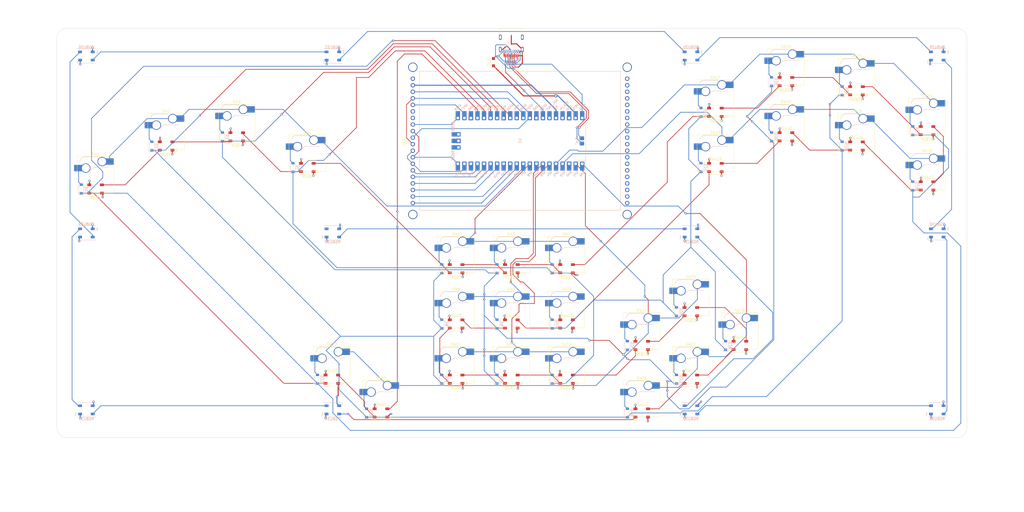
<source format=kicad_pcb>
(kicad_pcb (version 20211014) (generator pcbnew)
  (layers (0 "F.Cu" signal) (1 "In1.Cu" power "GND") (2 "In2.Cu" power "PWR") (31 "B.Cu" signal) (34 "B.Paste" user) (35 "F.Paste" user) (36 "B.SilkS" user "B.Silkscreen") (37 "F.SilkS" user "F.Silkscreen") (38 "B.Mask" user) (39 "F.Mask" user) (44 "Edge.Cuts" user))
  (net 0 "")
  (net 1 "Net-(D1-Pad2)")
  (net 2 "Net-(D2-Pad2)")
  (net 3 "Net-(D3-Pad2)")
  (net 4 "Net-(D4-Pad2)")
  (net 5 "Net-(D5-Pad2)")
  (net 6 "Net-(D6-Pad2)")
  (net 7 "Net-(D7-Pad2)")
  (net 8 "Net-(D8-Pad2)")
  (net 9 "Net-(D9-Pad2)")
  (net 10 "Net-(D10-Pad2)")
  (net 11 "Net-(D11-Pad2)")
  (net 12 "Net-(D12-Pad2)")
  (net 13 "Net-(D13-Pad2)")
  (net 14 "Net-(D14-Pad2)")
  (net 15 "Net-(D15-Pad2)")
  (net 16 "Net-(D16-Pad2)")
  (net 17 "Net-(D17-Pad2)")
  (net 18 "Net-(D18-Pad2)")
  (net 19 "Net-(D19-Pad2)")
  (net 20 "Net-(D20-Pad2)")
  (net 21 "Net-(D21-Pad2)")
  (net 22 "Net-(D22-Pad2)")
  (net 23 "Net-(D23-Pad2)")
  (net 24 "Net-(D24-Pad2)")
  (net 25 "Net-(D25-Pad2)")
  (net 26 "Net-(D26-Pad2)")
  (net 27 "Net-(D27-Pad2)")
  (net 28 "Net-(D28-Pad2)")
  (net 29 "+3V8")
  (net 30 "Net-(RGB1-Pad2)")
  (net 31 "GND")
  (net 32 "Net-(RGB4-Pad2)")
  (net 33 "Net-(RGB10-Pad4)")
  (net 34 "Net-(RGB11-Pad4)")
  (net 35 "Net-(RGB8-Pad4)")
  (net 36 "Net-(RGB12-Pad2)")
  (net 37 "Net-(RGB10-Pad2)")
  (net 38 "Net-(RGB16-Pad2)")
  (net 39 "/LED Matrix/RGB_OUT")
  (net 40 "Net-(RGB17-Pad4)")
  (net 41 "Net-(RGB20-Pad2)")
  (net 42 "Net-(RGB22-Pad2)")
  (net 43 "Net-(RGB23-Pad4)")
  (net 44 "Net-(RGB25-Pad2)")
  (net 45 "Net-(RGB26-Pad4)")
  (net 46 "Net-(RGB27-Pad4)")
  (net 73 "+3V3")
  (net 75 "Net-(D41-Pad2)")
  (net 82 "GPIO22")
  (net 83 "Net-(J1-PadA5)")
  (net 84 "GPIO21")
  (net 85 "Net-(J1-PadB5)")
  (net 86 "GPIO20")
  (net 87 "GPIO19")
  (net 88 "VBUS")
  (net 89 "D+")
  (net 90 "D-")
  (net 91 "GPIO28")
  (net 92 "GPIO27")
  (net 93 "GPIO26")
  (net 94 "GPIO17")
  (net 95 "GPIO16")
  (net 96 "GPIO15")
  (net 97 "GPIO14")
  (net 98 "GPIO13")
  (net 99 "GPIO12")
  (net 100 "GPIO11")
  (net 101 "GPIO10")
  (net 102 "GPIO9")
  (net 103 "GPIO8")
  (net 104 "GPIO18")
  (net 105 "GPIO7")
  (net 106 "GPIO6")
  (net 107 "GPIO5")
  (net 108 "GPIO4")
  (net 109 "GPIO3")
  (net 110 "GPIO2")
  (net 111 "GPIO1")
  (net 112 "GPIO0")
  (net 113 "Net-(RGB3-Pad2)")
  (net 114 "Net-(RGB4-Pad4)")
  (net 115 "Net-(RGB5-Pad2)")
  (net 116 "Net-(RGB7-Pad4)")
  (net 117 "Net-(RGB14-Pad4)")
  (net 118 "Net-(RGB15-Pad2)")
  (net 119 "Net-(RGB18-Pad4)")
  (net 120 "Net-(RGB16-Pad4)")
  (net 121 "Net-(RGB19-Pad2)")
  (net 122 "Net-(RGBU34-Pad4)")
  (net 123 "Net-(RGB22-Pad4)")
  (net 124 "Net-(RGB23-Pad2)")
  (net 125 "Net-(RGB24-Pad2)")
  (net 126 "Net-(RGBU30-Pad4)")
  (net 127 "Net-(RGBU29-Pad4)")
  (net 128 "Net-(RGBU30-Pad2)")
  (net 129 "Net-(RGBU31-Pad4)")
  (net 130 "Net-(RGBU32-Pad2)")
  (net 131 "Net-(RGBU33-Pad4)")
  (net 132 "Net-(RGBU39-Pad4)")
  (net 133 "Net-(RGBU36-Pad2)")
  (net 134 "Net-(RGBU36-Pad4)")
  (net 135 "Net-(RGBU38-Pad4)")
  (net 136 "Net-(RGBU39-Pad2)")
  (footprint "Switch_Keyboard_Hotswap_Kailh:SW_Hotswap_Kailh_MX_plated_1.00u" (layer "F.Cu") (at 294.08125 146.44375)
    (fp_text reference "SW28")
    (fp_text value "SW_CR")
  )
  (footprint "LED_SMD:LED_WS2812B_PLCC4_5.0x5.0mm_P3.2mm" (layer "F.Cu") (at 154.778125 178.19375)
    (fp_text reference "RGB5")
    (fp_text value "RGB_MODY")
  )
  (footprint "LED_SMD:LED_WS2812B_PLCC4_5.0x5.0mm_P3.2mm" (layer "F.Cu") (at 183.948437 122.234375 180)
    (fp_text reference "RGB7")
    (fp_text value "RGB_7")
  )
  (footprint "LED_SMD:LED_WS2812B_PLCC4_5.0x5.0mm_P3.2mm" (layer "F.Cu") (at 284.55625 82.94375)
    (fp_text reference "RGB19")
    (fp_text value "RGB_B")
  )
  (footprint "Resistor_SMD:R_0201_0603Metric" (layer "F.Cu") (at 207.565625 44.053125 180)
    (fp_text reference "R1")
    (fp_text value "5.1k R")
  )
  (footprint "LED_SMD:LED_WS2812B_PLCC4_5.0x5.0mm_P3.2mm" (layer "F.Cu") (at 71.434375 74.609375 180)
    (fp_text reference "RGB2")
    (fp_text value "RGB_LEFT")
  )
  (footprint "Switch_Keyboard_Hotswap_Kailh:SW_Hotswap_Kailh_MX_plated_1.00u" (layer "F.Cu") (at 44.05 85.721875)
    (fp_text reference "SW1")
    (fp_text value "SW_L")
  )
  (footprint "LED_SMD:LED_WS2812B_PLCC4_5.0x5.0mm_P3.2mm" (layer "F.Cu") (at 255.98125 152 180)
    (fp_text reference "RGB16")
    (fp_text value "RGB_CL")
  )
  (footprint "SS-52400-003:BELFUSE_SS-52400-003" (layer "F.Cu") (at 205.381125 32.42225 180)
    (fp_text reference "J1")
    (fp_text value "SS-52400-003")
  )
  (footprint "LED_SMD:LED_WS2812B_PLCC4_5.0x5.0mm_P3.2mm" (layer "F.Cu") (at 226.810937 165.096875 180)
    (fp_text reference "RGB14")
    (fp_text value "RGB_3")
  )
  (footprint "Switch_Keyboard_Hotswap_Kailh:SW_Hotswap_Kailh_MX_plated_1.00u" (layer "F.Cu") (at 226.810937 159.540625)
    (fp_text reference "SW13")
    (fp_text value "SW_3")
  )
  (footprint "Switch_Keyboard_Hotswap_Kailh:SW_Hotswap_Kailh_MX_plated_1.00u" (layer "F.Cu") (at 366.709375 63.1)
    (fp_text reference "SW14")
    (fp_text value "SW_MS")
  )
  (footprint "LED_SMD:LED_WS2812B_PLCC4_5.0x5.0mm_P3.2mm" (layer "F.Cu") (at 135.728125 165.096875)
    (fp_text reference "RGB3")
    (fp_text value "RGB_MODX")
  )
  (footprint "LED_SMD:LED_WS2812B_PLCC4_5.0x5.0mm_P3.2mm" (layer "F.Cu") (at 98.81875 71.0375 180)
    (fp_text reference "RGB4")
    (fp_text value "RGB_DOWN")
  )
  (footprint "LED_SMD:LED_WS2812B_PLCC4_5.0x5.0mm_P3.2mm" (layer "F.Cu") (at 226.810937 143.665625)
    (fp_text reference "RGB15")
    (fp_text value "RGB_6")
  )
  (footprint "Switch_Keyboard_Hotswap_Kailh:SW_Hotswap_Kailh_MX_plated_1.00u" (layer "F.Cu") (at 205.379687 138.109375)
    (fp_text reference "SW9")
    (fp_text value "SW_5")
  )
  (footprint "LED_SMD:LED_WS2812B_PLCC4_5.0x5.0mm_P3.2mm" (layer "F.Cu") (at 339.325 53.178125 180)
    (fp_text reference "RGB25")
    (fp_text value "RGB_LS")
  )
  (footprint "Switch_Keyboard_Hotswap_Kailh:SW_Hotswap_Kailh_MX_plated_1.00u" (layer "F.Cu") (at 135.728125 159.540625)
    (fp_text reference locked "SW22")
    (fp_text value locked "SW_MODX")
  )
  (footprint "Diode_SMD:D_SOD-123F" (layer "F.Cu") (at 198.4375 42.06875 90)
    (fp_text reference "D41")
    (fp_text value "MBR1020VL")
  )
  (footprint "Switch_Keyboard_Hotswap_Kailh:SW_Hotswap_Kailh_MX_plated_1.00u" (layer "F.Cu") (at 183.948437 159.540625)
    (fp_text reference "SW11")
    (fp_text value "SW_1")
  )
  (footprint "LED_SMD:LED_WS2812B_PLCC4_5.0x5.0mm_P3.2mm" (layer "F.Cu") (at 205.379687 122.234375 180)
    (fp_text reference "RGB10")
    (fp_text value "RGB_8")
  )
  (footprint "Adafruit Kicad 3.2 TFT 320x240:Adafruit TFT 3.2 320x240" (layer "F.Cu") (at 208.753125 72.625 90)
    (fp_text reference "LCD1")
    (fp_text value "Adafruit_3.2_TFT_320x240")
  )
  (footprint "Switch_Keyboard_Hotswap_Kailh:SW_Hotswap_Kailh_MX_plated_1.00u" (layer "F.Cu") (at 226.810937 138.109375)
    (fp_text reference "SW10")
    (fp_text value "SW_6")
  )
  (footprint "Switch_Keyboard_Hotswap_Kailh:SW_Hotswap_Kailh_MX_plated_1.00u" (layer "F.Cu") (at 284.55625 55.95625)
    (fp_text reference "SW17")
    (fp_text value "SW_R")
  )
  (footprint "LED_SMD:LED_WS2812B_PLCC4_5.0x5.0mm_P3.2mm" (layer "F.Cu") (at 183.948437 143.665625)
    (fp_text reference "RGB9")
    (fp_text value "RGB_4")
  )
  (footprint "Switch_Keyboard_Hotswap_Kailh:SW_Hotswap_Kailh_MX_plated_1.00u" (layer "F.Cu") (at 183.948437 116.678125)
    (fp_text reference locked "SW5")
    (fp_text value locked "SW_7")
  )
  (footprint "Switch_Keyboard_Hotswap_Kailh:SW_Hotswap_Kailh_MX_plated_1.00u" (layer "F.Cu") (at 275.03125 159.540625)
    (fp_text reference "SW27")
    (fp_text value "SW_A")
  )
  (footprint "Switch_Keyboard_Hotswap_Kailh:SW_Hotswap_Kailh_MX_plated_1.00u" (layer "F.Cu") (at 154.778125 172.6375)
    (fp_text reference locked "SW23")
    (fp_text value "SW_MODY")
  )
  (footprint "Switch_Keyboard_Hotswap_Kailh:SW_Hotswap_Kailh_MX_plated_1.00u" (layer "F.Cu") (at 339.325 47.621875)
    (fp_text reference "SW15")
    (fp_text value "SW_LS")
  )
  (footprint "Switch_Keyboard_Hotswap_Kailh:SW_Hotswap_Kailh_MX_plated_1.00u" (layer "F.Cu") (at 71.434375 69.053125)
    (fp_text reference "SW2")
    (fp_text value "SW_LEFT")
  )
  (footprint "LED_SMD:LED_WS2812B_PLCC4_5.0x5.0mm_P3.2mm" (layer "F.Cu") (at 44.05 91.278125 180)
    (fp_text reference "RGB1")
    (fp_text value "RGB_L")
  )
  (footprint "LED_SMD:LED_WS2812B_PLCC4_5.0x5.0mm_P3.2mm" (layer "F.Cu") (at 255.98125 178.19375)
    (fp_text reference locked "RGB17")
    (fp_text value "RGB_CD")
  )
  (footprint "Switch_Keyboard_Hotswap_Kailh:SW_Hotswap_Kailh_MX_plated_1.00u" (layer "F.Cu") (at 126.203125 77.3875)
    (fp_text reference "SW4")
    (fp_text value "SW_RIGHT")
  )
  (footprint "LED_SMD:LED_WS2812B_PLCC4_5.0x5.0mm_P3.2mm" (layer "F.Cu") (at 366.709375 90.0875)
    (fp_text reference "RGB27")
    (fp_text value "RGB_UP")
  )
  (footprint "LED_SMD:LED_WS2812B_PLCC4_5.0x5.0mm_P3.2mm" (layer "F.Cu") (at 311.940625 71.0375)
    (fp_text reference "RGB23")
    (fp_text value "RGB_X")
  )
  (footprint "Switch_Keyboard_Hotswap_Kailh:SW_Hotswap_Kailh_MX_plated_1.00u" (layer "F.Cu") (at 311.940625 65.48125)
    (fp_text reference "SW20")
    (fp_text value "SW_X")
  )
  (footprint "LED_SMD:LED_WS2812B_PLCC4_5.0x5.0mm_P3.2mm" (layer "F.Cu") (at 284.55625 61.5125 180)
    (fp_text reference "RGB18")
    (fp_text value "RGB_R")
  )
  (footprint "LED_SMD:LED_WS2812B_PLCC4_5.0x5.0mm_P3.2mm" (layer "F.Cu") (at 275.03125 138.903125 180)
    (fp_text reference "RGB20")
    (fp_text value "RGB_CU")
  )
  (footprint "LED_SMD:LED_WS2812B_PLCC4_5.0x5.0mm_P3.2mm" (layer "F.Cu") (at 275.03125 165.096875)
    (fp_text reference "RGB21")
    (fp_text value "RGB_A")
  )
  (footprint "LED_SMD:LED_WS2812B_PLCC4_5.0x5.0mm_P3.2mm" (layer "F.Cu") (at 183.948437 165.096875 180)
    (fp_text reference "RGB8")
    (fp_text value "RGB_1")
  )
  (footprint "Switch_Keyboard_Hotswap_Kailh:SW_Hotswap_Kailh_MX_plated_1.00u" (layer "F.Cu") (at 183.948437 138.109375)
    (fp_text reference "SW8")
    (fp_text value "SW_4")
  )
  (footprint "LED_SMD:LED_WS2812B_PLCC4_5.0x5.0mm_P3.2mm" (layer "F.Cu") (at 226.810937 122.234375 180)
    (fp_text reference "RGB13")
    (fp_text value "RGB_9")
  )
  (footprint "Switch_Keyboard_Hotswap_Kailh:SW_Hotswap_Kailh_MX_plated_1.00u" (layer "F.Cu") (at 284.55625 77.3875)
    (fp_text reference "SW21")
    (fp_text value "SW_B")
  )
  (footprint "LED_SMD:LED_WS2812B_PLCC4_5.0x5.0mm_P3.2mm" (layer "F.Cu") (at 366.709375 68.65625 180)
    (fp_text reference "RGB28")
    (fp_text value "RGB_MS")
  )
  (footprint "LED_SMD:LED_WS2812B_PLCC4_5.0x5.0mm_P3.2mm" (layer "F.Cu") (at 205.37963 165.096875 180)
    (fp_text reference "RGB11")
    (fp_text value "RGB_2")
  )
  (footprint "Switch_Keyboard_Hotswap_Kailh:SW_Hotswap_Kailh_MX_plated_1.00u" (layer "F.Cu") (at 98.81875 65.48125)
    (fp_text reference "SW3")
    (fp_text value "SW_DOWN")
  )
  (footprint "LED_SMD:LED_WS2812B_PLCC4_5.0x5.0mm_P3.2mm" (layer "F.Cu") (at 205.379687 143.665625)
    (fp_text reference "RGB12")
    (fp_text value "RGB_5")
  )
  (footprint "LED_SMD:LED_WS2812B_PLCC4_5.0x5.0mm_P3.2mm" (layer "F.Cu") (at 294.08125 152)
    (fp_text reference "RGB24")
    (fp_text value "RGB_CR")
  )
  (footprint "Switch_Keyboard_Hotswap_Kailh:SW_Hotswap_Kailh_MX_plated_1.00u" (layer "F.Cu") (at 255.98125 172.6375)
    (fp_text reference "SW26")
    (fp_text value "SW_CD")
  )
  (footprint "Switch_Keyboard_Hotswap_Kailh:SW_Hotswap_Kailh_MX_plated_1.00u" (layer "F.Cu") (at 205.37963 159.540625)
    (fp_text reference "SW12")
    (fp_text value "SW_2")
  )
  (footprint "LED_SMD:LED_WS2812B_PLCC4_5.0x5.0mm_P3.2mm" (layer "F.Cu") (at 311.940625 49.60625 180)
    (fp_text reference "RGB22")
    (fp_text value "RGB_Y")
  )
  (footprint "LED_SMD:LED_WS2812B_PLCC4_5.0x5.0mm_P3.2mm" (layer "F.Cu") (at 339.325 74.609375)
    (fp_text reference "RGB26")
    (fp_text value "RGB_Z")
  )
  (footprint "Switch_Keyboard_Hotswap_Kailh:SW_Hotswap_Kailh_MX_plated_1.00u" (layer "F.Cu") (at 339.325 69.053125)
    (fp_text reference "SW19")
    (fp_text value "SW_Z")
  )
  (footprint "Switch_Keyboard_Hotswap_Kailh:SW_Hotswap_Kailh_MX_plated_1.00u" (layer "F.Cu") (at 366.709375 84.53125)
    (fp_text reference "SW18")
    (fp_text value "SW_UP")
  )
  (footprint "Switch_Keyboard_Hotswap_Kailh:SW_Hotswap_Kailh_MX_plated_1.00u" (layer "F.Cu") (at 275.03125 133.346875)
    (fp_text reference "SW25")
    (fp_text value "SW_CU")
  )
  (footprint "Switch_Keyboard_Hotswap_Kailh:SW_Hotswap_Kailh_MX_plated_1.00u" (layer "F.Cu") (at 255.98125 146.44375)
    (fp_text reference "SW24")
    (fp_text value "SW_CL")
  )
  (footprint "Switch_Keyboard_Hotswap_Kailh:SW_Hotswap_Kailh_MX_plated_1.00u" (layer "F.Cu") (at 226.810937 116.678125)
    (fp_text reference locked "SW7")
    (fp_text value locked "SW_9")
  )
  (footprint "Resistor_SMD:R_0201_0603Metric" (layer "F.Cu") (at 203.596875 36.115625)
    (fp_text reference "R2")
    (fp_text value "5.1k R")
  )
  (footprint "LED_SMD:LED_WS2812B_PLCC4_5.0x5.0mm_P3.2mm" (layer "F.Cu") (at 126.203125 82.94375 180)
    (fp_text reference "RGB6")
    (fp_text value "RGB_RIGHT")
  )
  (footprint "Switch_Keyboard_Hotswap_Kailh:SW_Hotswap_Kailh_MX_plated_1.00u" (layer "F.Cu") (at 311.940625 44.05)
    (fp_text reference "SW16")
    (fp_text value "SW_Y")
  )
  (footprint "Switch_Keyboard_Hotswap_Kailh:SW_Hotswap_Kailh_MX_plated_1.00u" (layer "F.Cu") (at 205.379687 116.678125)
    (fp_text reference locked "SW6")
    (fp_text value locked "SW_8")
  )
  (footprint "Diode_SMD:D_SOD-123" (layer "B.Cu") (at 250.425 152 90)
    (fp_text reference "D24")
    (fp_text value "D_CL")
  )
  (footprint "Diode_SMD:D_SOD-123" (layer "B.Cu") (at 279 82.94375 90)
    (fp_text reference "D21")
    (fp_text value "D_B")
  )
  (footprint "Diode_SMD:D_SOD-123" (layer "B.Cu") (at 250.425 178.19375 90)
    (fp_text reference "D26")
    (fp_text value "D_CD")
  )
  (footprint "Diode_SMD:D_SOD-123" (layer "B.Cu") (at 120.646875 82.94375 90)
    (fp_text reference "D4")
    (fp_text value "D_RIGHT")
  )
  (footprint "LED_SMD:LED_WS2812B_PLCC4_5.0x5.0mm_P3.2mm" (layer "B.Cu") (at 136.125 39.684375 180)
    (fp_text reference "RGBU32")
    (fp_text value "RGB_U_01")
  )
  (footprint "Diode_SMD:D_SOD-123" (layer "B.Cu") (at 221.254687 122.234375 90)
    (fp_text reference "D7")
    (fp_text value "D_9")
  )
  (footprint "Diode_SMD:D_SOD-123" (layer "B.Cu") (at 306.384375 71.0375 90)
    (fp_text reference "D20")
    (fp_text value "D_X")
  )
  (footprint "LED_SMD:LED_WS2812B_PLCC4_5.0x5.0mm_P3.2mm" (layer "B.Cu") (at 40.478125 177.003125)
    (fp_text reference "RGBU31")
    (fp_text value "RGB_U_20")
  )
  (footprint "LED_SMD:LED_WS2812B_PLCC4_5.0x5.0mm_P3.2mm" (layer "B.Cu") (at 370.678125 108.34375 180)
    (fp_text reference "RGBU40")
    (fp_text value "RGB_U_13")
  )
  (footprint "Diode_SMD:D_SOD-123" (layer "B.Cu") (at 149.221875 178.19375 90)
    (fp_text reference "D23")
    (fp_text value "D_MODY")
  )
  (footprint "Diode_SMD:D_SOD-123" (layer "B.Cu") (at 269.475 138.903125 90)
    (fp_text reference "D25")
    (fp_text value "D_CU")
  )
  (footprint "Diode_SMD:D_SOD-123" (layer "B.Cu") (at 199.82338 165.096875 90)
    (fp_text reference "D12")
    (fp_text value "D_2")
  )
  (footprint "Diode_SMD:D_SOD-123" (layer "B.Cu") (at 38.49375 91.278125 90)
    (fp_text reference "D1")
    (fp_text value "D_L")
  )
  (footprint "Diode_SMD:D_SOD-123" (layer "B.Cu") (at 178.392187 143.665625 90)
    (fp_text reference "D8")
    (fp_text value "D_4")
  )
  (footprint "LED_SMD:LED_WS2812B_PLCC4_5.0x5.0mm_P3.2mm" (layer "B.Cu") (at 370.678125 177.003125)
    (fp_text reference "RGBU38")
    (fp_text value "RGB_U_23")
  )
  (footprint "Diode_SMD:D_SOD-123" (layer "B.Cu") (at 361.153125 68.65625 90)
    (fp_text reference "D14")
    (fp_text value "D_MS")
  )
  (footprint "Diode_SMD:D_SOD-123" (layer "B.Cu") (at 279 61.5125 90)
    (fp_text reference "D17")
    (fp_text value "D_R")
  )
  (footprint "Diode_SMD:D_SOD-123" (layer "B.Cu") (at 269.475 165.096875 90)
    (fp_text reference "D27")
    (fp_text value "D_A")
  )
  (footprint "LED_SMD:LED_WS2812B_PLCC4_5.0x5.0mm_P3.2mm" (layer "B.Cu") (at 275.1 108.34375)
    (fp_text reference "RGBU37")
    (fp_text value "RGB_U_12")
  )
  (footprint "Diode_SMD:D_SOD-123" (layer "B.Cu") (at 288.525 152 90)
    (fp_text reference "D28")
    (fp_text value "D_CR")
  )
  (footprint "LED_SMD:LED_WS2812B_PLCC4_5.0x5.0mm_P3.2mm" (layer "B.Cu") (at 40.478125 39.684375 180)
    (fp_text reference "RGBU30")
    (fp_text value "RGB_U_00")
  )
  (footprint "LED_SMD:LED_WS2812B_PLCC4_5.0x5.0mm_P3.2mm" (layer "B.Cu") (at 136.125 108.34375)
    (fp_text reference "RGBU33")
    (fp_text value "RGB_U_11")
  )
  (footprint "Diode_SMD:D_SOD-123" (layer "B.Cu") (at 199.823437 143.665625 90)
    (fp_text reference "D9")
    (fp_text value "D_5")
  )
  (footprint "LED_SMD:LED_WS2812B_PLCC4_5.0x5.0mm_P3.2mm" (layer "B.Cu") (at 275.1 39.684375 180)
    (fp_text reference "RGBU35")
    (fp_text value "RGB_U_02")
  )
  (footprint "LED_SMD:LED_WS2812B_PLCC4_5.0x5.0mm_P3.2mm" (layer "B.Cu") (at 40.478125 108.34375 180)
    (fp_text reference "RGBU29")
    (fp_text value "RGB_U_10")
  )
  (footprint "LED_SMD:LED_WS2812B_PLCC4_5.0x5.0mm_P3.2mm" (layer "B.Cu") (at 370.678125 39.684375 180)
    (fp_text reference "RGBU39")
    (fp_text value "RGB_U_03")
  )
  (footprint "Diode_SMD:D_SOD-123" (layer "B.Cu") (at 65.878125 74.609375 90)
    (fp_text reference "D2")
    (fp_text value "D_LEFT")
  )
  (footprint "Diode_SMD:D_SOD-123" (layer "B.Cu") (at 178.392187 165.096875 90)
    (fp_text reference "D11")
    (fp_text value "D_1")
  )
  (footprint "Diode_SMD:D_SOD-123" (layer "B.Cu") (at 221.254687 165.096875 90)
    (fp_text reference "D13")
    (fp_text value "D_3")
  )
  (footprint "Diode_SMD:D_SOD-123" (layer "B.Cu") (at 333.76875 74.609375 90)
    (fp_text reference "D19")
    (fp_text value "D_Z")
  )
  (footprint "Diode_SMD:D_SOD-123" (layer "B.Cu") (at 221.254687 143.665625 90)
    (fp_text reference "D10")
    (fp_text value "D_6")
  )
  (footprint "Diode_SMD:D_SOD-123" (layer "B.Cu") (at 333.76875 53.178125 90)
    (fp_text reference "D15")
    (fp_text value "D_LS")
  )
  (footprint "Diode_SMD:D_SOD-123" (layer "B.Cu") (at 306.384375 49.60625 90)
    (fp_text reference "D16")
    (fp_text value "D_Y")
  )
  (footprint "LED_SMD:LED_WS2812B_PLCC4_5.0x5.0mm_P3.2mm" (layer "B.Cu") (at 275.1 177.003125)
    (fp_text reference "RGBU36")
    (fp_text value "RGB_U_22")
  )
  (footprint "LED_SMD:LED_WS2812B_PLCC4_5.0x5.0mm_P3.2mm" (layer "B.Cu") (at 136.125 177.003125)
    (fp_text reference "RGBU34")
    (fp_text value "RGB_U_21")
  )
  (footprint "MCU_RaspberryPi_and_Boards:RPi_Pico_SMD_TH" (layer "B.Cu") (at 208.75625 72.628125 90)
    (fp_text reference "U1")
    (fp_text value "Pico")
  )
  (footprint "Diode_SMD:D_SOD-123" (layer "B.Cu") (at 361.153125 90.0875 90)
    (fp_text reference "D18")
    (fp_text value "D_UP")
  )
  (footprint "Diode_SMD:D_SOD-123" (layer "B.Cu") (at 178.392187 122.234375 90)
    (fp_text reference "D5")
    (fp_text value "D_7")
  )
  (footprint "Diode_SMD:D_SOD-123" (layer "B.Cu") (at 130.171875 165.096875 90)
    (fp_text reference "D22")
    (fp_text value "D_MODX")
  )
  (footprint "Diode_SMD:D_SOD-123" (layer "B.Cu") (at 199.823437 122.234375 90)
    (fp_text reference "D6")
    (fp_text value "D_8")
  )
  (footprint "Diode_SMD:D_SOD-123" (layer "B.Cu") (at 93.2625 71.0375 90)
    (fp_text reference "D3")
    (fp_text value "D_DOWN")
  )
  (gr_arc (start 382.1875 183.75) (mid 381.02508 186.55633) (end 378.21875 187.71875) (layer "Edge.Cuts") (width 0.1))
  (gr_line (start 382.1875 32.9375) (end 382.1875 183.75) (layer "Edge.Cuts") (width 0.1))
  (gr_line (start 32.9375 28.96875) (end 378.21875 28.96875) (layer "Edge.Cuts") (width 0.1))
  (gr_arc (start 28.96875 32.9375) (mid 30.13117 30.13117) (end 32.9375 28.96875) (layer "Edge.Cuts") (width 0.1))
  (gr_line (start 28.96875 32.9375) (end 28.96875 183.75) (layer "Edge.Cuts") (width 0.1))
  (gr_arc (start 378.21875 28.96875) (mid 381.02508 30.13117) (end 382.1875 32.9375) (layer "Edge.Cuts") (width 0.1))
  (gr_line (start 32.9375 187.71875) (end 378.21875 187.71875) (layer "Edge.Cuts") (width 0.1))
  (gr_arc (start 32.9375 187.71875) (mid 30.13117 186.55633) (end 28.96875 183.75) (layer "Edge.Cuts") (width 0.1))
  (segment (start 37.465 83.181875) (end 37.465 88.599375) (width 0.25) (layer "B.Cu") (net 1))
  (segment (start 37.465 88.599375) (end 38.49375 89.628125) (width 0.25) (layer "B.Cu") (net 1))
  (segment (start 64.849375 66.513125) (end 64.849375 71.930625) (width 0.25) (layer "B.Cu") (net 2))
  (segment (start 64.849375 71.930625) (end 65.878125 72.959375) (width 0.25) (layer "B.Cu") (net 2))
  (segment (start 92.23375 62.94125) (end 92.23375 68.35875) (width 0.25) (layer "B.Cu") (net 3))
  (segment (start 92.23375 68.35875) (end 93.2625 69.3875) (width 0.25) (layer "B.Cu") (net 3))
  (segment (start 119.618125 80.265) (end 120.646875 81.29375) (width 0.25) (layer "B.Cu") (net 4))
  (segment (start 119.618125 74.8475) (end 119.618125 80.265) (width 0.25) (layer "B.Cu") (net 4))
  (segment (start 177.363437 119.555625) (end 178.392187 120.584375) (width 0.25) (layer "B.Cu") (net 5))
  (segment (start 177.363437 114.138125) (end 177.363437 119.555625) (width 0.25) (layer "B.Cu") (net 5))
  (segment (start 198.794687 119.555625) (end 199.823437 120.584375) (width 0.25) (layer "B.Cu") (net 6))
  (segment (start 198.794687 114.138125) (end 198.794687 119.555625) (width 0.25) (layer "B.Cu") (net 6))
  (segment (start 220.225937 119.555625) (end 221.254687 120.584375) (width 0.25) (layer "B.Cu") (net 7))
  (segment (start 220.225937 114.138125) (end 220.225937 119.555625) (width 0.25) (layer "B.Cu") (net 7))
  (segment (start 177.363437 140.986875) (end 178.392187 142.015625) (width 0.25) (layer "B.Cu") (net 8))
  (segment (start 177.363437 135.569375) (end 177.363437 140.986875) (width 0.25) (layer "B.Cu") (net 8))
  (segment (start 198.794687 140.986875) (end 199.823437 142.015625) (width 0.25) (layer "B.Cu") (net 9))
  (segment (start 198.794687 135.569375) (end 198.794687 140.986875) (width 0.25) (layer "B.Cu") (net 9))
  (segment (start 220.225937 140.986875) (end 221.254687 142.015625) (width 0.25) (layer "B.Cu") (net 10))
  (segment (start 220.225937 135.569375) (end 220.225937 140.986875) (width 0.25) (layer "B.Cu") (net 10))
  (segment (start 177.363437 157.000625) (end 177.363437 162.418125) (width 0.25) (layer "B.Cu") (net 11))
  (segment (start 177.363437 162.418125) (end 178.392187 163.446875) (width 0.25) (layer "B.Cu") (net 11))
  (segment (start 198.79463 157.000625) (end 198.79463 162.418125) (width 0.25) (layer "B.Cu") (net 12))
  (segment (start 198.79463 162.418125) (end 199.82338 163.446875) (width 0.25) (layer "B.Cu") (net 12))
  (segment (start 220.225937 162.418125) (end 221.254687 163.446875) (width 0.25) (layer "B.Cu") (net 13))
  (segment (start 220.225937 157.000625) (end 220.225937 162.418125) (width 0.25) (layer "B.Cu") (net 13))
  (segment (start 360.124375 65.9775) (end 361.153125 67.00625) (width 0.25) (layer "B.Cu") (net 14))
  (segment (start 360.124375 60.56) (end 360.124375 65.9775) (width 0.25) (layer "B.Cu") (net 14))
  (segment (start 332.74 50.499375) (end 333.76875 51.528125) (width 0.25) (layer "B.Cu") (net 15))
  (segment (start 332.74 45.081875) (end 332.74 50.499375) (width 0.25) (layer "B.Cu") (net 15))
  (segment (start 305.355625 46.9275) (end 306.384375 47.95625) (width 0.25) (layer "B.Cu") (net 16))
  (segment (start 305.355625 41.51) (end 305.355625 46.9275) (width 0.25) (layer "B.Cu") (net 16))
  (segment (start 277.97125 53.41625) (end 277.97125 58.83375) (width 0.25) (layer "B.Cu") (net 17))
  (segment (start 277.97125 58.83375) (end 279 59.8625) (width 0.25) (layer "B.Cu") (net 17))
  (segment (start 360.124375 87.40875) (end 361.153125 88.4375) (width 0.25) (layer "B.Cu") (net 18))
  (segment (start 360.124375 81.99125) (end 360.124375 87.40875) (width 0.25) (layer "B.Cu") (net 18))
  (segment (start 332.74 66.513125) (end 332.74 71.930625) (width 0.25) (layer "B.Cu") (net 19))
  (segment (start 332.74 71.930625) (end 333.76875 72.959375) (width 0.25) (layer "B.Cu") (net 19))
  (segment (start 305.355625 68.35875) (end 306.384375 69.3875) (width 0.25) (layer "B.Cu") (net 20))
  (segment (start 305.355625 62.94125) (end 305.355625 68.35875) (width 0.25) (layer "B.Cu") (net 20))
  (segment (start 277.97125 80.265) (end 279 81.29375) (width 0.25) (layer "B.Cu") (net 21))
  (segment (start 277.97125 74.8475) (end 277.97125 80.265) (width 0.25) (layer "B.Cu") (net 21))
  (segment (start 129.143125 162.418125) (end 130.171875 163.446875) (width 0.25) (layer "B.Cu") (net 22))
  (segment (start 129.143125 157.000625) (end 129.143125 162.418125) (width 0.25) (layer "B.Cu") (net 22))
  (segment (start 148.193125 170.0975) (end 148.193125 175.515) (width 0.25) (layer "B.Cu") (net 23))
  (segment (start 148.193125 175.515) (end 149.221875 176.54375) (width 0.25) (layer "B.Cu") (net 23))
  (segment (start 249.39625 149.32125) (end 250.425 150.35) (width 0.25) (layer "B.Cu") (net 24))
  (segment (start 249.39625 143.90375) (end 249.39625 149.32125) (width 0.25) (layer "B.Cu") (net 24))
  (segment (start 268.44625 136.224375) (end 269.475 137.253125) (width 0.25) (layer "B.Cu") (net 25))
  (segment (start 268.44625 130.806875) (end 268.44625 136.224375) (width 0.25) (layer "B.Cu") (net 25))
  (segment (start 249.39625 175.515) (end 250.425 176.54375) (width 0.25) (layer "B.Cu") (net 26))
  (segment (start 249.39625 170.0975) (end 249.39625 175.515) (width 0.25) (layer "B.Cu") (net 26))
  (segment (start 268.44625 157.000625) (end 268.44625 162.418125) (width 0.25) (layer "B.Cu") (net 27))
  (segment (start 268.44625 162.418125) (end 269.475 163.446875) (width 0.25) (layer "B.Cu") (net 27))
  (segment (start 287.49625 143.90375) (end 287.49625 149.32125) (width 0.25) (layer "B.Cu") (net 28))
  (segment (start 287.49625 149.32125) (end 288.525 150.35) (width 0.25) (layer "B.Cu") (net 28))
  (segment (start 198.4375 43.46875) (end 210.134375 55.165625) (width 0.4) (layer "F.Cu") (net 29))
  (segment (start 272.25625 161.925) (end 272.25625 163.171875) (width 0.4) (layer "F.Cu") (net 29))
  (segment (start 210.134375 55.165625) (end 222.646875 55.165625) (width 0.4) (layer "F.Cu") (net 29))
  (segment (start 291.703125 148.828125) (end 291.703125 150.328125) (width 0.4) (layer "F.Cu") (net 29))
  (segment (start 101.203125 72.703125) (end 101.26875 72.6375) (width 0.4) (layer "F.Cu") (net 29))
  (segment (start 341.709375 54.84375) (end 341.775 54.778125) (width 0.4) (layer "F.Cu") (net 29))
  (segment (start 207.9625 166.829745) (end 207.82963 166.696875) (width 0.4) (layer "F.Cu") (net 29))
  (segment (start 258.365625 153.665625) (end 258.43125 153.6) (width 0.4) (layer "F.Cu") (net 29))
  (segment (start 73.81875 76.275) (end 73.884375 76.209375) (width 0.4) (layer "F.Cu") (net 29))
  (segment (start 207.9625 125.4125) (end 207.9625 123.967188) (width 0.4) (layer "F.Cu") (net 29))
  (segment (start 73.81875 77.7875) (end 73.81875 76.275) (width 0.4) (layer "F.Cu") (net 29))
  (segment (start 186.53125 125.4125) (end 186.53125 123.967188) (width 0.4) (layer "F.Cu") (net 29))
  (segment (start 207.9625 123.967188) (end 207.829687 123.834375) (width 0.4) (layer "F.Cu") (net 29))
  (segment (start 186.53125 123.967188) (end 186.398437 123.834375) (width 0.4) (layer "F.Cu") (net 29))
  (segment (start 253.603125 175.021875) (end 253.603125 176.521875) (width 0.4) (layer "F.Cu") (net 29))
  (segment (start 282.178125 81.271875) (end 282.10625 81.34375) (width 0.4) (layer "F.Cu") (net 29))
  (segment (start 181.371875 140.49375) (end 181.371875 141.939063) (width 0.4) (layer "F.Cu") (net 29))
  (segment (start 277.415625 142.08125) (end 277.415625 140.56875) (width 0.4) (layer "F.Cu") (net 29))
  (segment (start 133.35 163.425) (end 133.278125 163.496875) (width 0.4) (layer "F.Cu") (net 29))
  (segment (start 230.045312 124.61875) (end 229.260937 123.834375) (width 0.4) (layer "F.Cu") (net 29))
  (segment (start 286.940625 64.690625) (end 286.940625 63.178125) (width 0.4) (layer "F.Cu") (net 29))
  (segment (start 336.946875 71.4375) (end 336.946875 72.9375) (width 0.4) (layer "F.Cu") (net 29))
  (segment (start 46.83125 93.209375) (end 46.5 92.878125) (width 0.4) (layer "F.Cu") (net 29))
  (segment (start 369.09375 71.834375) (end 369.09375 70.321875) (width 0.4) (layer "F.Cu") (net 29))
  (segment (start 341.709375 56.35625) (end 341.709375 54.84375) (width 0.4) (layer "F.Cu") (net 29))
  (segment (start 309.5625 69.365625) (end 309.490625 69.4375) (width 0.4) (layer "F.Cu") (net 29))
  (segment (start 133.35 161.925) (end 133.35 163.425) (width 0.4) (layer "F.Cu") (net 29))
  (segment (start 314.325 52.784375) (end 314.325 51.271875) (width 0.4) (layer "F.Cu") (net 29))
  (segment (start 314.325 51.271875) (end 314.390625 51.20625) (width 0.4) (layer "F.Cu") (net 29))
  (segment (start 277.415625 140.56875) (end 277.48125 140.503125) (width 0.4) (layer "F.Cu") (net 29))
  (segment (start 369.09375 70.321875) (end 369.159375 70.25625) (width 0.4) (layer "F.Cu") (net 29))
  (segment (start 286.940625 63.178125) (end 287.00625 63.1125) (width 0.4) (layer "F.Cu") (net 29))
  (segment (start 101.203125 74.215625) (end 101.203125 72.703125) (width 0.4) (layer "F.Cu") (net 29))
  (segment (start 230.98125 124.61875) (end 230.045312 124.61875) (width 0.4) (layer "F.Cu") (net 29))
  (segment (start 229.39375 166.829688) (end 229.260937 166.696875) (width 0.4) (layer "F.Cu") (net 29))
  (segment (start 152.328125 176.59375) (end 152.328125 175.09375) (width 0.4) (layer "F.Cu") (net 29))
  (segment (start 46.83125 94.45625) (end 46.83125 93.209375) (width 0.4) (layer "F.Cu") (net 29))
  (segment (start 291.703125 150.328125) (end 291.63125 150.4) (width 0.4) (layer "F.Cu") (net 29))
  (segment (start 186.53125 166.829688) (end 186.398437 166.696875) (width 0.4) (layer "F.Cu") (net 29))
  (segment (start 128.5875 86.121875) (end 128.5875 84.609375) (width 0.4) (layer "F.Cu") (net 29))
  (segment (start 272.25625 163.171875) (end 272.58125 163.496875) (width 0.4) (layer "F.Cu") (net 29))
  (segment (start 202.803125 141.939063) (end 202.929687 142.065625) (width 0.4) (layer "F.Cu") (net 29))
  (segment (start 202.803125 140.49375) (end 202.803125 141.939063) (width 0.4) (layer "F.Cu") (net 29))
  (segment (start 364.33125 88.415625) (end 364.259375 88.4875) (width 0.4) (layer "F.Cu") (net 29))
  (segment (start 282.178125 79.771875) (end 282.178125 81.271875) (width 0.4) (layer "F.Cu") (net 29))
  (segment (start 224.234375 141.939063) (end 224.360937 142.065625) (width 0.4) (layer "F.Cu") (net 29))
  (segment (start 364.33125 86.915625) (end 364.33125 88.415625) (width 0.4) (layer "F.Cu") (net 29))
  (segment (start 309.5625 67.865625) (end 309.5625 69.365625) (width 0.4) (layer "F.Cu") (net 29))
  (segment (start 152.328125 175.09375) (end 152.4 175.021875) (width 0.4) (layer "F.Cu") (net 29))
  (segment (start 186.53125 168.671875) (end 186.53125 166.829688) (width 0.4) (layer "F.Cu") (net 29))
  (segment (start 128.5875 84.609375) (end 128.653125 84.54375) (width 0.4) (layer "F.Cu") (net 29))
  (segment (start 229.39375 168.671875) (end 229.39375 166.829688) (width 0.4) (layer "F.Cu") (net 29))
  (segment (start 336.946875 72.9375) (end 336.875 73.009375) (width 0.4) (layer "F.Cu") (net 29))
  (segment (start 181.371875 141.939063) (end 181.498437 142.065625) (width 0.4) (layer "F.Cu") (net 29))
  (segment (start 224.234375 140.49375) (end 224.234375 141.939063) (width 0.4) (layer "F.Cu") (net 29))
  (segment (start 207.9625 168.671875) (end 207.9625 166.829745) (width 0.4) (layer "F.Cu") (net 29))
  (segment (start 253.603125 176.521875) (end 253.53125 176.59375) (width 0.4) (layer "F.Cu") (net 29))
  (segment (start 258.365625 155.178125) (end 258.365625 153.665625) (width 0.4) (layer "F.Cu") (net 29))
  (via (at 253.603125 175.021875) (size 0.8) (drill 0.4) (layers "F.Cu" "B.Cu") (net 29))
  (via (at 368.3 180.18125) (size 0.8) (drill 0.4) (layers "F.Cu" "B.Cu") (net 29))
  (via (at 207.9625 168.671875) (size 0.8) (drill 0.4) (layers "F.Cu" "B.Cu") (net 29))
  (via (at 186.53125 168.671875) (size 0.8) (drill 0.4) (layers "F.Cu" "B.Cu") (net 29))
  (via (at 336.946875 71.4375) (size 0.8) (drill 0.4) (layers "F.Cu" "B.Cu") (net 29))
  (via (at 291.703125 148.828125) (size 0.8) (drill 0.4) (layers "F.Cu" "B.Cu") (net 29))
  (via (at 272.653125 111.521875) (size 0.8) (drill 0.4) (layers "F.Cu" "B.Cu") (net 29))
  (via (at 38.1 180.18125) (size 0.8) (drill 0.4) (layers "F.Cu" "B.Cu") (net 29))
  (via (at 128.5875 86.121875) (size 0.8) (drill 0.4) (layers "F.Cu" "B.Cu") (net 29))
  (via (at 341.709375 56.35625) (size 0.8) (drill 0.4) (layers "F.Cu" "B.Cu") (net 29))
  (via (at 133.35 180.18125) (size 0.8) (drill 0.4) (layers "F.Cu" "B.Cu") (net 29))
  (via (at 181.371875 140.49375) (size 0.8) (drill 0.4) (layers "F.Cu" "B.Cu") (net 29))
  (via (at 152.4 175.021875) (size 0.8) (drill 0.4) (layers "F.Cu" "B.Cu") (net 29))
  (via (at 42.8625 105.171875) (size 0.8) (drill 0.4) (layers "F.Cu" "B.Cu") (net 29))
  (via (at 46.83125 94.45625) (size 0.8) (drill 0.4) (layers "F.Cu" "B.Cu") (net 29))
  (via (at 309.5625 67.865625) (size 0.8) (drill 0.4) (layers "F.Cu" "B.Cu") (net 29))
  (via (at 314.325 52.784375) (size 0.8) (drill 0.4) (layers "F.Cu" "B.Cu") (net 29))
  (via (at 286.940625 64.690625) (size 0.8) (drill 0.4) (layers "F.Cu" "B.Cu") (net 29))
  (via (at 207.9625 125.4125) (size 0.8) (drill 0.4) (layers "F.Cu" "B.Cu") (net 29))
  (via (at 222.646875 55.165625) (size 1.2) (drill 0.6) (layers "F.Cu" "B.Cu") (net 29))
  (via (at 364.33125 86.915625) (size 0.8) (drill 0.4) (layers "F.Cu" "B.Cu") (net 29))
  (via (at 272.25625 161.925) (size 0.8) (drill 0.4) (layers "F.Cu" "B.Cu") (net 29))
  (via (at 230.98125 124.61875) (size 0.8) (drill 0.4) (layers "F.Cu" "B.Cu") (net 29))
  (via (at 73.81875 77.7875) (size 0.8) (drill 0.4) (layers "F.Cu" "B.Cu") (net 29))
  (via (at 373.0625 36.5125) (size 0.8) (drill 0.4) (layers "F.Cu" "B.Cu") (net 29))
  (via (at 42.8625 36.5125) (size 0.8) (drill 0.4) (layers "F.Cu" "B.Cu") (net 29))
  (via (at 186.53125 125.4125) (size 0.8) (drill 0.4) (layers "F.Cu" "B.Cu") (net 29))
  (via (at 369.09375 71.834375) (size 0.8) (drill 0.4) (layers "F.Cu" "B.Cu") (net 29))
  (via (at 282.178125 79.771875) (size 0.8) (drill 0.4) (layers "F.Cu" "B.Cu") (net 29))
  (via (at 224.234375 140.49375) (size 0.8) (drill 0.4) (layers "F.Cu" "B.Cu") (net 29))
  (via (at 133.746875 111.521875) (size 0.8) (drill 0.4) (layers "F.Cu" "B.Cu") (net 29))
  (via (at 229.39375 168.671875) (size 0.8) (drill 0.4) (layers "F.Cu" "B.Cu") (net 29))
  (via (at 277.8125 36.5125) (size 0.8) (drill 0.4) (layers "F.Cu" "B.Cu") (net 29))
  (via (at 258.365625 155.178125) (size 0.8) (drill 0.4) (layers "F.Cu" "B.Cu") (net 29))
  (via (at 138.509375 36.5125) (size 0.8) (drill 0.4) (layers "F.Cu" "B.Cu") (net 29))
  (via (at 101.203125 74.215625) (size 0.8) (drill 0.4) (layers "F.Cu" "B.Cu") (net 29))
  (via (at 133.35 161.925) (size 0.8) (drill 0.4) (layers "F.Cu" "B.Cu") (net 29))
  (via (at 272.653125 180.18125) (size 0.8) (drill 0.4) (layers "F.Cu" "B.Cu") (net 29))
  (via (at 202.803125 140.49375) (size 0.8) (drill 0.4) (layers "F.Cu" "B.Cu") (net 29))
  (via (at 373.459375 105.171875) (size 0.8) (drill 0.4) (layers "F.Cu" "B.Cu") (net 29))
  (via (at 277.415625 142.08125) (size 0.8) (drill 0.4) (layers "F.Cu" "B.Cu") (net 29))
  (segment (start 38.1 178.675) (end 38.028125 178.603125) (width 0.4) (layer "B.Cu") (net 29))
  (segment (start 230.34625 61.979103) (end 230.34625 63.738125) (width 0.4) (layer "B.Cu") (net 29))
  (segment (start 133.746875 110.015625) (end 133.675 109.94375) (width 0.4) (layer "B.Cu") (net 29))
  (segment (start 368.3 178.675) (end 368.228125 178.603125) (width 0.4) (layer "B.Cu") (net 29))
  (segment (start 42.8625 38.01875) (end 42.928125 38.084375) (width 0.4) (layer "B.Cu") (net 29))
  (segment (start 223.532772 55.165625) (end 230.34625 61.979103) (width 0.4) (layer "B.Cu") (net 29))
  (segment (start 138.509375 38.01875) (end 138.575 38.084375) (width 0.4) (layer "B.Cu") (net 29))
  (segment (start 277.8125 37.821875) (end 277.55 38.084375) (width 0.4) (layer "B.Cu") (net 29))
  (segment (start 373.459375 106.4125) (end 373.128125 106.74375) (width 0.4) (layer "B.Cu") (net 29))
  (segment (start 133.746875 111.521875) (end 133.746875 110.015625) (width 0.4) (layer "B.Cu") (net 29))
  (segment (start 373.0625 36.5125) (end 373.0625 38.01875) (width 0.4) (layer "B.Cu") (net 29))
  (segment (start 133.35 178.928125) (end 133.675 178.603125) (width 0.4) (layer "B.Cu") (net 29))
  (segment (start 42.8625 36.5125) (end 42.8625 38.01875) (width 0.4) (layer "B.Cu") (net 29))
  (segment (start 272.653125 111.521875) (end 272.653125 109.946875) (width 0.4) (layer "B.Cu") (net 29))
  (segment (start 368.3 180.18125) (end 368.3 178.675) (width 0.4) (layer "B.Cu") (net 29))
  (segment (start 38.1 180.18125) (end 38.1 178.675) (width 0.4) (layer "B.Cu") (net 29))
  (segment (start 373.459375 105.171875) (end 373.459375 106.4125) (width 0.4) (layer "B.Cu") (net 29))
  (segment (start 272.653125 180.18125) (end 272.653125 178.60625) (width 0.4) (layer "B.Cu") (net 29))
  (segment (start 373.0625 38.01875) (end 373.128125 38.084375) (width 0.4) (layer "B.Cu") (net 29))
  (segment (start 222.646875 55.165625) (end 223.532772 55.165625) (width 0.4) (layer "B.Cu") (net 29))
  (segment (start 277.8125 36.5125) (end 277.8125 37.821875) (width 0.4) (layer "B.Cu") (net 29))
  (segment (start 272.653125 178.60625) (end 272.65 178.603125) (width 0.4) (layer "B.Cu") (net 29))
  (segment (start 42.8625 105.171875) (end 42.8625 106.678125) (width 0.4) (layer "B.Cu") (net 29))
  (segment (start 138.509375 36.5125) (end 138.509375 38.01875) (width 0.4) (layer "B.Cu") (net 29))
  (segment (start 42.8625 106.678125) (end 42.928125 106.74375) (width 0.4) (layer "B.Cu") (net 29))
  (segment (start 133.35 180.18125) (end 133.35 178.928125) (width 0.4) (layer "B.Cu") (net 29))
  (segment (start 272.653125 109.946875) (end 272.65 109.94375) (width 0.4) (layer "B.Cu") (net 29))
  (segment (start 46.5 89.678125) (end 55.515625 89.678125) (width 0.25) (layer "F.Cu") (net 30))
  (segment (start 55.515625 89.678125) (end 68.984375 76.209375) (width 0.25) (layer "F.Cu") (net 30))
  (segment (start 207.471125 34.97225) (end 209.651125 37.15225) (width 0.4) (layer "F.Cu") (net 31))
  (segment (start 202.581125 39.551761) (end 202.581614 39.55225) (width 0.4) (layer "F.Cu") (net 31))
  (segment (start 336.946875 51.50625) (end 336.875 51.578125) (width 0.4) (layer "F.Cu") (net 31))
  (segment (start 209.651125 42.477145) (end 208.075145 44.053125) (width 0.4) (layer "F.Cu") (net 31))
  (segment (start 209.41475 39.55225) (end 208.180636 39.55225) (width 0.4) (layer "F.Cu") (net 31))
  (segment (start 201.111125 37.15225) (end 202.05073 37.15225) (width 0.4) (layer "F.Cu") (net 31))
  (segment (start 186.134375 145.529687) (end 186.398437 145.265625) (width 0.4) (layer "F.Cu") (net 31))
  (segment (start 138.178125 171.384375) (end 138.178125 166.696875) (width 0.4) (layer "F.Cu") (net 31))
  (segment (start 258.365625 179.859375) (end 258.43125 179.79375) (width 0.4) (layer "F.Cu") (net 31))
  (segment (start 202.581125 38.30225) (end 202.595636 38.316761) (width 0.4) (layer "F.Cu") (net 31))
  (segment (start 181.371875 119.0625) (end 181.371875 120.507813) (width 0.4) (layer "F.Cu") (net 31))
  (segment (start 253.603125 148.828125) (end 253.603125 150.328125) (width 0.4) (layer "F.Cu") (net 31))
  (segment (start 202.803125 120.507813) (end 202.929687 120.634375) (width 0.4) (layer "F.Cu") (net 31))
  (segment (start 224.234375 163.370313) (end 224.360937 163.496875) (width 0.4) (layer "F.Cu") (net 31))
  (segment (start 123.825 79.771875) (end 123.825 81.271875) (width 0.4) (layer "F.Cu") (net 31))
  (segment (start 96.440625 67.865625) (end 96.440625 69.365625) (width 0.4) (layer "F.Cu") (net 31))
  (segment (start 224.234375 119.0625) (end 224.234375 120.507813) (width 0.4) (layer "F.Cu") (net 31))
  (segment (start 208.179261 38.316761) (end 208.179261 38.304114) (width 0.4) (layer "F.Cu") (net 31))
  (segment (start 314.325 72.703125) (end 314.390625 72.6375) (width 0.4) (layer "F.Cu") (net 31))
  (segment (start 336.946875 50.00625) (end 336.946875 51.50625) (width 0.4) (layer "F.Cu") (net 31))
  (segment (start 364.33125 66.984375) (end 364.259375 67.05625) (width 0.4) (layer "F.Cu") (net 31))
  (segment (start 181.371875 120.507813) (end 181.498437 120.634375) (width 0.4) (layer "F.Cu") (net 31))
  (segment (start 41.671875 89.60625) (end 41.6 89.678125) (width 0.4) (layer "F.Cu") (net 31))
  (segment (start 207.381125 38.30225) (end 207.395636 38.316761) (width 0.4) (layer "F.Cu") (net 31))
  (segment (start 253.603125 150.328125) (end 253.53125 150.4) (width 0.4) (layer "F.Cu") (net 31))
  (segment (start 205.381125 34.97225) (end 205.381125 31.87225) (width 0.4) (layer "F.Cu") (net 31))
  (segment (start 277.415625 166.7625) (end 277.48125 166.696875) (width 0.4) (layer "F.Cu") (net 31))
  (segment (start 207.395636 38.316761) (end 208.166614 38.316761) (width 0.4) (layer "F.Cu") (net 31))
  (segment (start 209.617 39.55225) (end 209.41475 39.55225) (width 0.4) (layer "F.Cu") (net 31))
  (segment (start 272.653125 137.23125) (end 272.58125 137.303125) (width 0.4) (layer "F.Cu") (net 31))
  (segment (start 258.365625 181.371875) (end 258.365625 179.859375) (width 0.4) (layer "F.Cu") (net 31))
  (segment (start 209.651125 37.15225) (end 209.651125 39.586375) (width 0.4) (layer "F.Cu") (net 31))
  (segment (start 41.671875 88.10625) (end 41.671875 89.60625) (width 0.4) (layer "F.Cu") (net 31))
  (segment (start 369.09375 93.265625) (end 369.09375 91.753125) (width 0.4) (layer "F.Cu") (net 31))
  (segment (start 309.5625 47.934375) (end 309.490625 48.00625) (width 0.4) (layer "F.Cu") (net 31))
  (segment (start 181.371875 163.370313) (end 181.498437 163.496875) (width 0.4) (layer "F.Cu") (net 31))
  (segment (start 69.05625 71.4375) (end 69.05625 72.9375) (width 0.4) (layer "F.Cu") (net 31))
  (segment (start 208.501125 38.30225) (end 209.651125 37.15225) (width 0.4) (layer "F.Cu") (net 31))
  (segment (start 202.581125 38.30225) (end 202.581125 39.551761) (width 0.4) (layer "F.Cu") (net 31))
  (segment (start 282.178125 59.840625) (end 282.10625 59.9125) (width 0.4) (layer "F.Cu") (net 31))
  (segment (start 209.651125 39.586375) (end 209.617 39.55225) (width 0.4) (layer "F.Cu") (net 31))
  (segment (start 282.178125 58.340625) (end 282.178125 59.840625) (width 0.4) (layer "F.Cu") (net 31))
  (segment (start 69.05625 72.9375) (end 68.984375 73.009375) (width 0.4) (layer "F.Cu") (net 31))
  (segment (start 181.371875 161.925) (end 181.371875 163.370313) (width 0.4) (layer "F.Cu") (net 31))
  (segment (start 224.234375 161.925) (end 224.234375 163.370313) (width 0.4) (layer "F.Cu") (net 31))
  (segment (start 286.940625 84.609375) (end 287.00625 84.54375) (width 0.4) (layer "F.Cu") (net 31))
  (segment (start 202.05073 37.15225) (end 203.087355 36.115625) (width 0.4) (layer "F.Cu") (net 31))
  (segment (start 207.565625 146.84375) (end 207.565625 145.529687) (width 0.4) (layer "F.Cu") (net 31))
  (segment (start 364.33125 65.484375) (end 364.33125 66.984375) (width 0.4) (layer "F.Cu") (net 31))
  (segment (start 314.325 74.215625) (end 314.325 72.703125) (width 0.4) (layer "F.Cu") (net 31))
  (segment (start 186.134375 146.84375) (end 186.134375 145.529687) (width 0.4) (layer "F.Cu") (net 31))
  (segment (start 341.709375 76.275) (end 341.775 76.209375) (width 0.4) (layer "F.Cu") (net 31))
  (segment (start 202.595636 38.316761) (end 203.366614 38.316761) (width 0.4) (layer "F.Cu") (net 31))
  (segment (start 158.75 178.59375) (end 158.428125 178.59375) (width 0.4) (layer "F.Cu") (net 31))
  (segment (start 137.715625 171.846875) (end 138.178125 171.384375) (width 0.4) (layer "F.Cu") (net 31))
  (segment (start 202.803125 119.0625) (end 202.803125 120.507813) (width 0.4) (layer "F.Cu") (net 31))
  (segment (start 208.179261 38.304114) (end 208.181125 38.30225) (width 0.4) (layer "F.Cu") (net 31))
  (segment (start 158.428125 178.59375) (end 157.228125 179.79375) (width 0.4) (layer "F.Cu") (net 31))
  (segment (start 277.415625 168.275) (end 277.415625 166.7625) (width 0.4) (layer "F.Cu") (net 31))
  (segment (start 123.825 81.271875) (end 123.753125 81.34375) (width 0.4) (layer "F.Cu") (net 31))
  (segment (start 208.181125 38.30225) (end 208.501125 38.30225) (width 0.4) (layer "F.Cu") (net 31))
  (segment (start 208.166614 38.316761) (end 208.181125 38.30225) (width 0.4) (layer "F.Cu") (net 31))
  (segment (start 224.234375 120.507813) (end 224.360937 120.634375) (width 0.4) (layer "F.Cu") (net 31))
  (segment (start 228.996875 145.529687) (end 229.260937 145.265625) (width 0.4) (layer "F.Cu") (net 31))
  (segment (start 228.996875 146.84375) (end 228.996875 145.529687) (width 0.4) (layer "F.Cu") (net 31))
  (segment (start 205.381125 34.97225) (end 207.471125 34.97225) (width 0.4) (layer "F.Cu") (net 31))
  (segment (start 286.940625 86.121875) (end 286.940625 84.609375) (width 0.4) (layer "F.Cu") (net 31))
  (segment (start 309.5625 46.434375) (end 309.5625 47.934375) (width 0.4) (layer "F.Cu") (net 31))
  (segment (start 96.440625 69.365625) (end 96.36875 69.4375) (width 0.4) (layer "F.Cu") (net 31))
  (segment (start 341.709375 77.7875) (end 341.709375 76.275) (width 0.4) (layer "F.Cu") (net 31))
  (segment (start 209.651125 39.586375) (end 209.651125 42.477145) (width 0.4) (layer "F.Cu") (net 31))
  (segment (start 202.803125 161.925) (end 202.803125 163.37037) (width 0.4) (layer "F.Cu") (net 31))
  (segment (start 296.465625 155.178125) (end 296.465625 153.665625) (width 0.4) (layer "F.Cu") (net 31))
  (segment (start 203.366614 38.316761) (end 203.381125 38.30225) (width 0.4) (layer "F.Cu") (net 31))
  (segment (start 296.465625 153.665625) (end 296.53125 153.6) (width 0.4) (layer "F.Cu") (net 31))
  (segment (start 207.565625 145.529687) (end 207.829687 145.265625) (width 0.4) (layer "F.Cu") (net 31))
  (segment (start 272.653125 135.73125) (end 272.653125 137.23125) (width 0.4) (layer "F.Cu") (net 31))
  (segment (start 202.803125 163.37037) (end 202.92963 163.496875) (width 0.4) (layer "F.Cu") (net 31))
  (segment (start 369.09375 91.753125) (end 369.159375 91.6875) (width 0.4) (layer "F.Cu") (net 31))
  (via (at 286.940625 86.121875) (size 0.8) (drill 0.4) (layers "F.Cu" "B.Cu") (net 31))
  (via (at 272.653125 135.73125) (size 0.8) (drill 0.4) (layers "F.Cu" "B.Cu") (net 31))
  (via (at 41.671875 88.10625) (size 0.8) (drill 0.4) (layers "F.Cu" "B.Cu") (net 31))
  (via (at 202.803125 119.0625) (size 0.8) (drill 0.4) (layers "F.Cu" "B.Cu") (net 31))
  (via (at 373.0625 173.83125) (size 0.8) (drill 0.4) (layers "F.Cu" "B.Cu") (net 31))
  (via (at 181.371875 119.0625) (size 0.8) (drill 0.4) (layers "F.Cu" "B.Cu") (net 31))
  (via (at 137.715625 171.846875) (size 0.8) (drill 0.4) (layers "F.Cu" "B.Cu") (net 31))
  (via (at 253.603125 148.828125) (size 0.8) (drill 0.4) (layers "F.Cu" "B.Cu") (net 31))
  (via (at 37.703125 111.521875) (size 0.8) (drill 0.4) (layers "F.Cu" "B.Cu") (net 31))
  (via (at 96.440625 67.865625) (size 0.8) (drill 0.4) (layers "F.Cu" "B.Cu") (net 31))
  (via (at 277.415625 168.275) (size 0.8) (drill 0.4) (layers "F.Cu" "B.Cu") (net 31))
  (via (at 224.234375 161.925) (size 0.8) (drill 0.4) (layers "F.Cu" "B.Cu") (net 31))
  (via (at 272.653125 42.8625) (size 0.8) (drill 0.4) (layers "F.Cu" "B.Cu") (net 31))
  (via (at 369.09375 93.265625) (size 0.8) (drill 0.4) (layers "F.Cu" "B.Cu") (net 31))
  (via (at 228.996875 146.84375) (size 0.8) (drill 0.4) (layers "F.Cu" "B.Cu") (net 31))
  (via (at 341.709375 77.7875) (size 0.8) (drill 0.4) (layers "F.Cu" "B.Cu") (net 31))
  (via (at 367.903125 42.8625) (size 0.8) (drill 0.4) (layers "F.Cu" "B.Cu") (net 31))
  (via (at 207.565625 146.84375) (size 0.8) (drill 0.4) (layers "F.Cu" "B.Cu") (net 31))
  (via (at 202.803125 161.925) (size 0.8) (drill 0.4) (layers "F.Cu" "B.Cu") (net 31))
  (via (at 282.178125 58.340625) (size 0.8) (drill 0.4) (layers "F.Cu" "B.Cu") (net 31))
  (via (at 336.946875 50.00625) (size 0.8) (drill 0.4) (layers "F.Cu" "B.Cu") (net 31))
  (via (at 296.465625 155.178125) (size 0.8) (drill 0.4) (layers "F.Cu" "B.Cu") (net 31))
  (via (at 158.75 178.59375) (size 0.8) (drill 0.4) (layers "F.Cu" "B.Cu") (net 31))
  (via (at 277.8125 105.171875) (size 0.8) (drill 0.4) (layers "F.Cu" "B.Cu") (net 31))
  (via (at 224.234375 119.0625) (size 0.8) (drill 0.4) (layers "F.Cu" "B.Cu") (net 31))
  (via (at 133.746875 42.8625) (size 0.8) (drill 0.4) (layers "F.Cu" "B.Cu") (net 31))
  (via (at 309.5625 46.434375) (size 0.8) (drill 0.4) (layers "F.Cu" "B.Cu") (net 31))
  (via (at 43.259375 173.83125) (size 0.8) (drill 0.4) (layers "F.Cu" "B.Cu") (net 31))
  (via (at 38.1 42.8625) (size 0.8) (drill 0.4) (layers "F.Cu" "B.Cu") (net 31))
  (via (at 186.134375 146.84375) (size 0.8) (drill 0.4) (layers "F.Cu" "B.Cu") (net 31))
  (via (at 181.371875 161.925) (size 0.8) (drill 0.4) (layers "F.Cu" "B.Cu") (net 31))
  (via (at 279.003125 173.83125) (size 0.8) (drill 0.4) (layers "F.Cu" "B.Cu") (net 31))
  (via (at 258.365625 181.371875) (size 0.8) (drill 0.4) (layers "F.Cu" "B.Cu") (net 31))
  (via (at 138.90625 105.171875) (size 0.8) (drill 0.4) (layers "F.Cu" "B.Cu") (net 31))
  (via (at 368.3 111.521875) (size 0.8) (drill 0.4) (layers "F.Cu" "B.Cu") (net 31))
  (via (at 364.33125 65.484375) (size 0.8) (drill 0.4) (layers "F.Cu" "B.Cu") (net 31))
  (via (at 69.05625 71.4375) (size 0.8) (drill 0.4) (layers "F.Cu" "B.Cu") (net 31))
  (via (at 123.825 79.771875) (size 0.8) (drill 0.4) (layers "F.Cu" "B.Cu") (net 31))
  (via (at 314.325 74.215625) (size 0.8) (drill 0.4) (layers "F.Cu" "B.Cu") (net 31))
  (segment (start 277.8125 106.48125) (end 277.55 106.74375) (width 0.4) (layer "B.Cu") (net 31))
  (segment (start 373.0625 173.83125) (end 373.0625 175.3375) (width 0.4) (layer "B.Cu") (net 31))
  (segment (start 368.3 110.015625) (end 368.228125 109.94375) (width 0.4) (layer "B.Cu") (net 31))
  (segment (start 367.903125 41.609375) (end 368.228125 41.284375) (width 0.4) (layer "B.Cu") (net 31))
  (segment (start 38.1 42.8625) (end 38.1 41.35625) (width 0.4) (layer "B.Cu") (net 31))
  (segment (start 373.0625 175.3375) (end 373.128125 175.403125) (width 0.4) (layer "B.Cu") (net 31))
  (segment (start 138.90625 105.171875) (end 138.90625 106.4125) (width 0.4) (layer "B.Cu") (net 31))
  (segment (start 43.259375 173.83125) (end 43.259375 175.071875) (width 0.4) (layer "B.Cu") (net 31))
  (segment (start 37.703125 110.26875) (end 38.028125 109.94375) (width 0.4) (layer "B.Cu") (net 31))
  (segment (start 368.3 111.521875) (end 368.3 110.015625) (width 0.4) (layer "B.Cu") (net 31))
  (segment (start 133.746875 41.35625) (end 133.675 41.284375) (width 0.4) (layer "B.Cu") (net 31))
  (segment (start 272.653125 41.2875) (end 272.65 41.284375) (width 0.4) (layer "B.Cu") (net 31))
  (segment (start 272.653125 42.8625) (end 272.653125 41.2875) (width 0.4) (layer "B.Cu") (net 31))
  (segment (start 137.715625 174.54375) (end 138.575 175.403125) (width 0.4) (layer "B.Cu") (net 31))
  (segment (start 37.703125 111.521875) (end 37.703125 110.26875) (width 0.4) (layer "B.Cu") (net 31))
  (segment (start 38.1 41.35625) (end 38.028125 41.284375) (width 0.4) (layer "B.Cu") (net 31))
  (segment (start 43.259375 175.071875) (end 42.928125 175.403125) (width 0.4) (layer "B.Cu") (net 31))
  (segment (start 367.903125 42.8625) (end 367.903125 41.609375) (width 0.4) (layer "B.Cu") (net 31))
  (segment (start 277.8125 105.171875) (end 277.8125 106.48125) (width 0.4) (layer "B.Cu") (net 31))
  (segment (start 137.715625 171.846875) (end 137.715625 174.54375) (width 0.4) (layer "B.Cu") (net 31))
  (segment (start 277.55 175.403125) (end 277.55 175.284375) (width 0.4) (layer "B.Cu") (net 31))
  (segment (start 138.90625 106.4125) (end 138.575 106.74375) (width 0.4) (layer "B.Cu") (net 31))
  (segment (start 133.746875 42.8625) (end 133.746875 41.35625) (width 0.4) (layer "B.Cu") (net 31))
  (segment (start 277.55 175.284375) (end 279.003125 173.83125) (width 0.4) (layer "B.Cu") (net 31))
  (segment (start 101.26875 69.915625) (end 115.896875 84.54375) (width 0.25) (layer "F.Cu") (net 32))
  (segment (start 101.26875 69.4375) (end 101.26875 69.915625) (width 0.25) (layer "F.Cu") (net 32))
  (segment (start 115.896875 84.54375) (end 123.753125 84.54375) (width 0.25) (layer "F.Cu") (net 32))
  (segment (start 186.398437 120.634375) (end 199.729687 120.634375) (width 0.25) (layer "F.Cu") (net 33))
  (segment (start 199.729687 120.634375) (end 202.929687 123.834375) (width 0.25) (layer "F.Cu") (net 33))
  (segment (start 186.398437 163.496875) (end 199.72963 163.496875) (width 0.25) (layer "F.Cu") (net 34))
  (segment (start 199.72963 163.496875) (end 202.92963 166.696875) (width 0.25) (layer "F.Cu") (net 34))
  (segment (start 177.618916 162.817354) (end 181.498437 166.696875) (width 0.25) (layer "F.Cu") (net 35))
  (segment (start 181.498437 145.265625) (end 177.618916 149.145146) (width 0.25) (layer "F.Cu") (net 35))
  (segment (start 177.618916 149.145146) (end 177.618916 162.817354) (width 0.25) (layer "F.Cu") (net 35))
  (segment (start 189.598437 145.265625) (end 186.398437 142.065625) (width 0.25) (layer "F.Cu") (net 36))
  (segment (start 202.929687 145.265625) (end 189.598437 145.265625) (width 0.25) (layer "F.Cu") (net 36))
  (segment (start 221.160937 120.634375) (end 224.360937 123.834375) (width 0.25) (layer "F.Cu") (net 37))
  (segment (start 207.829687 120.634375) (end 221.160937 120.634375) (width 0.25) (layer "F.Cu") (net 37))
  (segment (start 262.684375 150.4) (end 272.58125 140.503125) (width 0.25) (layer "F.Cu") (net 38))
  (segment (start 258.43125 150.4) (end 262.684375 150.4) (width 0.25) (layer "F.Cu") (net 38))
  (segment (start 262.684375 176.59375) (end 258.43125 176.59375) (width 0.25) (layer "F.Cu") (net 40))
  (segment (start 272.58125 166.696875) (end 262.684375 176.59375) (width 0.25) (layer "F.Cu") (net 40))
  (segment (start 296.53125 145.535669) (end 296.53125 150.4) (width 0.25) (layer "F.Cu") (net 41))
  (segment (start 277.48125 137.303125) (end 288.298706 137.303125) (width 0.25) (layer "F.Cu") (net 41))
  (segment (start 288.298706 137.303125) (end 296.53125 145.535669) (width 0.25) (layer "F.Cu") (net 41))
  (segment (start 314.390625 48.00625) (end 330.103125 48.00625) (width 0.25) (layer "F.Cu") (net 42))
  (segment (start 330.103125 48.00625) (end 336.875 54.778125) (width 0.25) (layer "F.Cu") (net 42))
  (segment (start 336.875 76.209375) (end 321.1625 76.209375) (width 0.25) (layer "F.Cu") (net 43))
  (segment (start 321.1625 76.209375) (end 314.390625 69.4375) (width 0.25) (layer "F.Cu") (net 43))
  (segment (start 345.58125 51.578125) (end 364.259375 70.25625) (width 0.25) (layer "F.Cu") (net 44))
  (segment (start 341.775 51.578125) (end 345.58125 51.578125) (width 0.25) (layer "F.Cu") (net 44))
  (segment (start 364.259375 91.6875) (end 360.453125 91.6875) (width 0.25) (layer "F.Cu") (net 45))
  (segment (start 360.453125 91.6875) (end 341.775 73.009375) (width 0.25) (layer "F.Cu") (net 45))
  (segment (start 369.159375 67.05625) (end 373.038896 70.935771) (width 0.25) (layer "F.Cu") (net 46))
  (segment (start 369.896875 88.4875) (end 369.159375 88.4875) (width 0.25) (layer "F.Cu") (net 46))
  (segment (start 373.038896 85.345479) (end 369.896875 88.4875) (width 0.25) (layer "F.Cu") (net 46))
  (segment (start 373.038896 70.935771) (end 373.038896 85.345479) (width 0.25) (layer "F.Cu") (net 46))
  (segment (start 222.72625 60.531331) (end 222.72625 63.738125) (width 0.4) (layer "B.Cu") (net 73))
  (segment (start 167.160625 51.035) (end 213.229919 51.035) (width 0.4) (layer "B.Cu") (net 73))
  (segment (start 213.229919 51.035) (end 222.72625 60.531331) (width 0.4) (layer "B.Cu") (net 73))
  (segment (start 200.421875 39.6875) (end 199.41875 39.6875) (width 0.25) (layer "F.Cu") (net 75))
  (segment (start 207.631125 39.55225) (end 207.631125 40.54675) (width 0.25) (layer "F.Cu") (net 75))
  (segment (start 207.631125 40.54675) (end 207.9625 40.878125) (width 0.25) (layer "F.Cu") (net 75))
  (segment (start 199.41875 39.6875) (end 198.4375 40.66875) (width 0.25) (layer "F.Cu") (net 75))
  (via (at 200.421875 39.6875) (size 0.8) (drill 0.4) (layers "F.Cu" "B.Cu") (net 75))
  (via (at 207.9625 40.878125) (size 0.8) (drill 0.4) (layers "F.Cu" "B.Cu") (net 75))
  (segment (start 207.9625 40.878125) (end 207.16875 41.671875) (width 0.25) (layer "B.Cu") (net 75))
  (segment (start 201.931614 38.177761) (end 200.421875 39.6875) (width 0.25) (layer "B.Cu") (net 75))
  (segment (start 202.981125 37.59225) (end 202.372577 37.59225) (width 0.25) (layer "B.Cu") (net 75))
  (segment (start 207.16875 41.671875) (end 202.40625 41.671875) (width 0.25) (layer "B.Cu") (net 75))
  (segment (start 202.40625 41.671875) (end 200.421875 39.6875) (width 0.25) (layer "B.Cu") (net 75))
  (segment (start 201.931614 38.033213) (end 201.931614 38.177761) (width 0.25) (layer "B.Cu") (net 75))
  (segment (start 202.372577 37.59225) (end 201.931614 38.033213) (width 0.25) (layer "B.Cu") (net 75))
  (segment (start 204.94625 62.865) (end 204.94625 63.738125) (width 0.25) (layer "F.Cu") (net 82))
  (segment (start 159.54375 33.734375) (end 175.815625 33.734375) (width 0.25) (layer "F.Cu") (net 82))
  (segment (start 175.815625 33.734375) (end 204.94625 62.865) (width 0.25) (layer "F.Cu") (net 82))
  (via (at 159.54375 33.734375) (size 0.8) (drill 0.4) (layers "F.Cu" "B.Cu") (net 82))
  (segment (start 361.153125 91.7375) (end 361.153125 94.45625) (width 0.25) (layer "B.Cu") (net 82))
  (segment (start 40.81875 92.928125) (end 46.83125 86.915625) (width 0.25) (layer "B.Cu") (net 82))
  (segment (start 136.128125 178.196875) (end 142.871875 184.940625) (width 0.25) (layer "B.Cu") (net 82))
  (segment (start 375.04375 83.043966) (end 375.04375 75.8) (width 0.25) (layer "B.Cu") (net 82))
  (segment (start 56.35625 50.00625) (end 62.70625 43.65625) (width 0.25) (layer "B.Cu") (net 82))
  (segment (start 62.70625 43.65625) (end 147.240625 43.65625) (width 0.25) (layer "B.Cu") (net 82))
  (segment (start 42.465625 63.896875) (end 56.35625 50.00625) (width 0.25) (layer "B.Cu") (net 82))
  (segment (start 38.49375 92.928125) (end 40.81875 92.928125) (width 0.25) (layer "B.Cu") (net 82))
  (segment (start 130.171875 166.746875) (end 136.128125 172.703125) (width 0.25) (layer "B.Cu") (net 82))
  (segment (start 142.871875 184.940625) (end 377.028125 184.940625) (width 0.25) (layer "B.Cu") (net 82))
  (segment (start 56.353125 92.928125) (end 130.171875 166.746875) (width 0.25) (layer "B.Cu") (net 82))
  (segment (start 46.83125 86.915625) (end 46.83125 84.534375) (width 0.25) (layer "B.Cu") (net 82))
  (segment (start 147.240625 43.65625) (end 149.225 43.65625) (width 0.25) (layer "B.Cu") (net 82))
  (segment (start 46.83125 84.534375) (end 42.465625 80.16875) (width 0.25) (layer "B.Cu") (net 82))
  (segment (start 159.146875 33.734375) (end 159.54375 33.734375) (width 0.25) (layer "B.Cu") (net 82))
  (segment (start 365.521875 108.346875) (end 361.153125 103.978125) (width 0.25) (layer "B.Cu") (net 82))
  (segment (start 136.128125 172.703125) (end 136.128125 178.196875) (width 0.25) (layer "B.Cu") (net 82))
  (segment (start 149.225 43.65625) (end 159.146875 33.734375) (width 0.25) (layer "B.Cu") (net 82))
  (segment (start 363.631466 94.45625) (end 375.04375 83.043966) (width 0.25) (layer "B.Cu") (net 82))
  (segment (start 375.04375 75.8) (end 369.55 70.30625) (width 0.25) (layer "B.Cu") (net 82))
  (segment (start 361.153125 103.978125) (end 361.153125 94.45625) (width 0.25) (layer "B.Cu") (net 82))
  (segment (start 379.80625 113.503125) (end 374.65 108.346875) (width 0.25) (layer "B.Cu") (net 82))
  (segment (start 38.49375 92.928125) (end 56.353125 92.928125) (width 0.25) (layer "B.Cu") (net 82))
  (segment (start 42.465625 80.16875) (end 42.465625 63.896875) (width 0.25) (layer "B.Cu") (net 82))
  (segment (start 379.80625 182.1625) (end 379.80625 113.503125) (width 0.25) (layer "B.Cu") (net 82))
  (segment (start 361.153125 94.45625) (end 363.631466 94.45625) (width 0.25) (layer "B.Cu") (net 82))
  (segment (start 377.028125 184.940625) (end 379.80625 182.1625) (width 0.25) (layer "B.Cu") (net 82))
  (segment (start 369.55 70.30625) (end 361.153125 70.30625) (width 0.25) (layer "B.Cu") (net 82))
  (segment (start 374.65 108.346875) (end 365.521875 108.346875) (width 0.25) (layer "B.Cu") (net 82))
  (segment (start 206.131125 43.053145) (end 207.131105 44.053125) (width 0.25) (layer "F.Cu") (net 83))
  (segment (start 206.131125 39.55225) (end 206.131125 43.053145) (width 0.25) (layer "F.Cu") (net 83))
  (segment (start 149.621875 44.846875) (end 159.54375 34.925) (width 0.25) (layer "F.Cu") (net 84))
  (segment (start 199.86625 60.16625) (end 199.86625 63.738125) (width 0.25) (layer "F.Cu") (net 84))
  (segment (start 102.39375 44.846875) (end 84.534375 62.70625) (width 0.25) (layer "F.Cu") (net 84))
  (segment (start 329.00625 62.703125) (end 329.00625 58.34375) (width 0.25) (layer "F.Cu") (net 84))
  (segment (start 149.621875 44.846875) (end 102.39375 44.846875) (width 0.25) (layer "F.Cu") (net 84))
  (segment (start 329.00625 58.34375) (end 329.009375 58.340625) (width 0.25) (layer "F.Cu") (net 84))
  (segment (start 174.625 34.925) (end 199.86625 60.16625) (width 0.25) (layer "F.Cu") (net 84))
  (segment (start 159.54375 34.925) (end 174.625 34.925) (width 0.25) (layer "F.Cu") (net 84))
  (via (at 329.00625 62.703125) (size 0.8) (drill 0.4) (layers "F.Cu" "B.Cu") (net 84))
  (via (at 329.009375 58.340625) (size 0.8) (drill 0.4) (layers "F.Cu" "B.Cu") (net 84))
  (via (at 84.534375 62.70625) (size 0.8) (drill 0.4) (layers "F.Cu" "B.Cu") (net 84))
  (segment (start 66.885916 76.259375) (end 139.070436 148.443895) (width 0.25) (layer "B.Cu") (net 84))
  (segment (start 333.76875 54.828125) (end 332.521875 54.828125) (width 0.25) (layer "B.Cu") (net 84))
  (segment (start 332.521875 54.828125) (end 329.009375 58.340625) (width 0.25) (layer "B.Cu") (net 84))
  (segment (start 175.263917 127.012645) (end 175.263917 142.187355) (width 0.25) (layer "B.Cu") (net 84))
  (segment (start 149.221875 179.84375) (end 250.425 179.84375) (width 0.25) (layer "B.Cu") (net 84))
  (segment (start 175.263917 142.187355) (end 178.392187 145.315625) (width 0.25) (layer "B.Cu") (net 84))
  (segment (start 304.396875 171.846875) (end 333.76875 142.475) (width 0.25) (layer "B.Cu") (net 84))
  (segment (start 138.50625 158.960669) (end 133.529956 153.984375) (width 0.25) (layer "B.Cu") (net 84))
  (segment (start 277.80625 177.403125) (end 283.3625 171.846875) (width 0.25) (layer "B.Cu") (net 84))
  (segment (start 138.50625 159.540625) (end 138.50625 158.960669) (width 0.25) (layer "B.Cu") (net 84))
  (segment (start 271.950978 177.403125) (end 277.80625 177.403125) (width 0.25) (layer "B.Cu") (net 84))
  (segment (start 133.529956 153.984375) (end 139.070436 148.443895) (width 0.25) (layer "B.Cu") (net 84))
  (segment (start 178.392187 123.884375) (end 175.263917 127.012645) (width 0.25) (layer "B.Cu") (net 84))
  (segment (start 252.071875 178.196875) (end 271.157228 178.196875) (width 0.25) (layer "B.Cu") (net 84))
  (segment (start 175.263917 163.618605) (end 178.392187 166.746875) (width 0.25) (layer "B.Cu") (net 84))
  (segment (start 175.263917 148.443895) (end 175.263917 163.618605) (width 0.25) (layer "B.Cu") (net 84))
  (segment (start 71.075216 76.259375) (end 84.534375 62.800216) (width 0.25) (layer "B.Cu") (net 84))
  (segment (start 271.157228 178.196875) (end 271.950978 177.403125) (width 0.25) (layer "B.Cu") (net 84))
  (segment (start 329.00625 71.496875) (end 329.00625 62.703125) (width 0.25) (layer "B.Cu") (net 84))
  (segment (start 149.221875 179.84375) (end 138.50625 169.128125) (width 0.25) (layer "B.Cu") (net 84))
  (segment (start 138.50625 169.128125) (end 138.50625 159.540625) (width 0.25) (layer "B.Cu") (net 84))
  (segment (start 84.534375 62.800216) (end 84.534375 62.70625) (width 0.25) (layer "B.Cu") (net 84))
  (segment (start 250.425 179.84375) (end 252.071875 178.196875) (width 0.25) (layer "B.Cu") (net 84))
  (segment (start 139.070436 148.443895) (end 175.263917 148.443895) (width 0.25) (layer "B.Cu") (net 84))
  (segment (start 65.878125 76.259375) (end 71.075216 76.259375) (width 0.25) (layer "B.Cu") (net 84))
  (segment (start 178.392187 145.315625) (end 175.263917 148.443895) (width 0.25) (layer "B.Cu") (net 84))
  (segment (start 283.3625 171.846875) (end 304.396875 171.846875) (width 0.25) (layer "B.Cu") (net 84))
  (segment (start 333.76875 142.475) (end 333.76875 76.259375) (width 0.25) (layer "B.Cu") (net 84))
  (segment (start 138.50625 159.540625) (end 138.50625 159.14375) (width 0.25) (layer "B.Cu") (net 84))
  (segment (start 333.76875 76.259375) (end 329.00625 71.496875) (width 0.25) (layer "B.Cu") (net 84))
  (segment (start 65.878125 76.259375) (end 66.885916 76.259375) (width 0.25) (layer "B.Cu") (net 84))
  (segment (start 204.581125 36.665355) (end 204.031395 36.115625) (width 0.25) (layer "F.Cu") (net 85))
  (segment (start 204.581125 37.59225) (end 204.581125 36.665355) (width 0.25) (layer "F.Cu") (net 85))
  (segment (start 250.428125 157.1625) (end 248.840625 155.575) (width 0.25) (layer "F.Cu") (net 86))
  (segment (start 296.859375 63.1) (end 298.84375 65.084375) (width 0.25) (layer "F.Cu") (net 86))
  (segment (start 194.8625 153.5875) (end 194.8625 155.96875) (width 0.25) (layer "F.Cu") (net 86))
  (segment (start 235.74375 150.01875) (end 243.284375 150.01875) (width 0.25) (layer "F.Cu") (net 86))
  (segment (start 194.8625 132.15625) (end 194.8625 134.140625) (width 0.25) (layer "F.Cu") (net 86))
  (segment (start 173.83125 36.115625) (end 197.32625 59.610625) (width 0.25) (layer "F.Cu") (net 86))
  (segment (start 116.284375 62.309375) (end 132.55625 46.0375) (width 0.25) (layer "F.Cu") (net 86))
  (segment (start 150.01875 46.0375) (end 159.940625 36.115625) (width 0.25) (layer "F.Cu") (net 86))
  (segment (start 265.90625 169.465625) (end 265.90625 165.89375) (width 0.25) (layer "F.Cu") (net 86))
  (segment (start 243.284375 150.01875) (end 248.840625 155.575) (width 0.25) (layer "F.Cu") (net 86))
  (segment (start 132.55625 46.0375) (end 150.01875 46.0375) (width 0.25) (layer "F.Cu") (net 86))
  (segment (start 159.940625 36.115625) (end 173.83125 36.115625) (width 0.25) (layer "F.Cu") (net 86))
  (segment (start 197.32625 59.610625) (end 197.32625 63.738125) (width 0.25) (layer "F.Cu") (net 86))
  (via (at 265.90625 169.465625) (size 0.8) (drill 0.4) (layers "F.Cu" "B.Cu") (net 86))
  (via (at 194.8625 132.15625) (size 0.8) (drill 0.4) (layers "F.Cu" "B.Cu") (net 86))
  (via (at 194.8625 155.96875) (size 0.8) (drill 0.4) (layers "F.Cu" "B.Cu") (net 86))
  (via (at 248.840625 155.575) (size 0.8) (drill 0.4) (layers "F.Cu" "B.Cu") (net 86))
  (via (at 235.74375 150.01875) (size 0.8) (drill 0.4) (layers "F.Cu" "B.Cu") (net 86))
  (via (at 194.8625 134.140625) (size 0.8) (drill 0.4) (layers "F.Cu" "B.Cu") (net 86))
  (via (at 250.428125 157.1625) (size 0.8) (drill 0.4) (layers "F.Cu" "B.Cu") (net 86))
  (via (at 194.8625 153.5875) (size 0.8) (drill 0.4) (layers "F.Cu" "B.Cu") (net 86))
  (via (at 298.84375 65.084375) (size 0.8) (drill 0.4) (layers "F.Cu" "B.Cu") (net 86))
  (via (at 265.90625 165.89375) (size 0.8) (drill 0.4) (layers "F.Cu" "B.Cu") (net 86))
  (via (at 116.284375 62.309375) (size 0.8) (drill 0.4) (layers "F.Cu" "B.Cu") (net 86))
  (via (at 296.859375 63.1) (size 0.8) (drill 0.4) (layers "F.Cu" "B.Cu") (net 86))
  (segment (start 268.346875 166.746875) (end 269.475 166.746875) (width 0.25) (layer "B.Cu") (net 86))
  (segment (start 306.384375 53.575) (end 296.859375 63.1) (width 0.25) (layer "B.Cu") (net 86))
  (segment (start 248.840625 155.575) (end 250.425 153.990625) (width 0.25) (layer "B.Cu") (net 86))
  (segment (start 307.233895 73.53702) (end 307.233895 149.808072) (width 0.25) (layer "B.Cu") (net 86))
  (segment (start 298.84375 65.084375) (end 306.384375 72.625) (width 0.25) (layer "B.Cu") (net 86))
  (segment (start 274.240625 176.609375) (end 270.66875 176.609375) (width 0.25) (layer "B.Cu") (net 86))
  (segment (start 268.2875 166.6875) (end 268.346875 166.746875) (width 0.25) (layer "B.Cu") (net 86))
  (segment (start 306.384375 72.6875) (end 307.233895 73.53702) (width 0.25) (layer "B.Cu") (net 86))
  (segment (start 234.95 149.225) (end 203.732812 149.225) (width 0.25) (layer "B.Cu") (net 86))
  (segment (start 93.2625 78.975) (end 136.91875 122.63125) (width 0.25) (layer "B.Cu") (net 86))
  (segment (start 282.654016 168.195984) (end 275.034375 175.815625) (width 0.25) (layer "B.Cu") (net 86))
  (segment (start 194.8625 161.785995) (end 199.82338 166.746875) (width 0.25) (layer "B.Cu") (net 86))
  (segment (start 194.8625 140.354688) (end 199.823437 145.315625) (width 0.25) (layer "B.Cu") (net 86))
  (segment (start 267.49375 165.89375) (end 268.2875 166.6875) (width 0.25) (layer "B.Cu") (net 86))
  (segment (start 270.66875 176.609375) (end 265.90625 171.846875) (width 0.25) (layer "B.Cu") (net 86))
  (segment (start 194.8625 155.96875) (end 194.8625 161.785995) (width 0.25) (layer "B.Cu") (net 86))
  (segment (start 275.034375 175.815625) (end 274.240625 176.609375) (width 0.25) (layer "B.Cu") (net 86))
  (segment (start 265.90625 165.89375) (end 267.49375 165.89375) (width 0.25) (layer "B.Cu") (net 86))
  (segment (start 265.90625 171.846875) (end 265.90625 169.465625) (width 0.25) (layer "B.Cu") (net 86))
  (segment (start 194.8625 140.354688) (end 194.8625 153.5875) (width 0.25) (layer "B.Cu") (net 86))
  (segment (start 194.8625 128.98125) (end 194.8625 132.15625) (width 0.25) (layer "B.Cu") (net 86))
  (segment (start 306.384375 51.25625) (end 306.384375 53.575) (width 0.25) (layer "B.Cu") (net 86))
  (segment (start 93.2625 72.6875) (end 105.90625 72.6875) (width 0.25) (layer "B.Cu") (net 86))
  (segment (start 250.825 157.559375) (end 250.428125 157.1625) (width 0.25) (layer "B.Cu") (net 86))
  (segment (start 259.159375 157.559375) (end 250.825 157.559375) (width 0.25) (layer "B.Cu") (net 86))
  (segment (start 268.346875 166.746875) (end 259.159375 157.559375) (width 0.25) (layer "B.Cu") (net 86))
  (segment (start 203.732812 149.225) (end 199.823437 145.315625) (width 0.25) (layer "B.Cu") (net 86))
  (segment (start 105.90625 72.6875) (end 116.284375 62.309375) (width 0.25) (layer "B.Cu") (net 86))
  (segment (start 199.823437 124.020313) (end 199.625 124.21875) (width 0.25) (layer "B.Cu") (net 86))
  (segment (start 235.74375 150.01875) (end 234.95 149.225) (width 0.25) (layer "B.Cu") (net 86))
  (segment (start 307.233895 149.808072) (end 288.845983 168.195984) (width 0.25) (layer "B.Cu") (net 86))
  (segment (start 199.625 124.21875) (end 194.8625 128.98125) (width 0.25) (layer "B.Cu") (net 86))
  (segment (start 306.384375 72.625) (end 306.384375 72.6875) (width 0.25) (layer "B.Cu") (net 86))
  (segment (start 136.91875 122.63125) (end 195.259375 122.63125) (width 0.25) (layer "B.Cu") (net 86))
  (segment (start 196.5125 123.884375) (end 199.823437 123.884375) (width 0.25) (layer "B.Cu") (net 86))
  (segment (start 93.2625 72.6875) (end 93.2625 78.975) (width 0.25) (layer "B.Cu") (net 86))
  (segment (start 199.823437 123.884375) (end 199.823437 124.020313) (width 0.25) (layer "B.Cu") (net 86))
  (segment (start 288.845983 168.195984) (end 282.654016 168.195984) (width 0.25) (layer "B.Cu") (net 86))
  (segment (start 194.8625 134.140625) (end 194.8625 140.354688) (width 0.25) (layer "B.Cu") (net 86))
  (segment (start 195.259375 122.63125) (end 196.5125 123.884375) (width 0.25) (layer "B.Cu") (net 86))
  (segment (start 250.425 153.990625) (end 250.425 153.65) (width 0.25) (layer "B.Cu") (net 86))
  (segment (start 150.01875 48.021875) (end 160.3375 37.703125) (width 0.25) (layer "F.Cu") (net 87))
  (segment (start 160.3375 37.703125) (end 171.846875 37.703125) (width 0.25) (layer "F.Cu") (net 87))
  (segment (start 145.25625 67.46875) (end 145.25625 48.021875) (width 0.25) (layer "F.Cu") (net 87))
  (segment (start 134.9375 77.7875) (end 145.25625 67.46875) (width 0.25) (layer "F.Cu") (net 87))
  (segment (start 171.846875 37.703125) (end 194.78625 60.6425) (width 0.25) (layer "F.Cu") (net 87))
  (segment (start 145.25625 48.021875) (end 150.01875 48.021875) (width 0.25) (layer "F.Cu") (net 87))
  (segment (start 194.78625 60.6425) (end 194.78625 63.738125) (width 0.25) (layer "F.Cu") (net 87))
  (via (at 134.9375 77.7875) (size 0.8) (drill 0.4) (layers "F.Cu" "B.Cu") (net 87))
  (segment (start 237.328125 134.140625) (end 237.328125 134.439278) (width 0.25) (layer "B.Cu") (net 87))
  (segment (start 132.55625 80.16875) (end 134.9375 77.7875) (width 0.25) (layer "B.Cu") (net 87))
  (segment (start 274.240625 79.834375) (end 279 84.59375) (width 0.25) (layer "B.Cu") (net 87))
  (segment (start 237.328125 134.439278) (end 226.451778 145.315625) (width 0.25) (layer "B.Cu") (net 87))
  (segment (start 284.55625 149.68125) (end 288.525 153.65) (width 0.25) (layer "B.Cu") (net 87))
  (segment (start 237.328125 134.439278) (end 263.361153 134.439278) (width 0.25) (layer "B.Cu") (net 87))
  (segment (start 278.85 84.59375) (end 275.03125 88.4125) (width 0.25) (layer "B.Cu") (net 87))
  (segment (start 122.354956 84.59375) (end 126.779956 80.16875) (width 0.25) (layer "B.Cu") (net 87))
  (segment (start 275.03125 99.6125) (end 275.03125 113.9) (width 0.25) (layer "B.Cu") (net 87))
  (segment (start 226.451778 145.315625) (end 221.254687 145.315625) (width 0.25) (layer "B.Cu") (net 87))
  (segment (start 120.646875 84.59375) (end 122.354956 84.59375) (width 0.25) (layer "B.Cu") (net 87))
  (segment (start 130.571875 80.16875) (end 132.55625 80.16875) (width 0.25) (layer "B.Cu") (net 87))
  (segment (start 275.03125 113.9) (end 284.55625 123.425) (width 0.25) (layer "B.Cu") (net 87))
  (segment (start 264.315625 135.39375) (end 269.475 140.553125) (width 0.25) (layer "B.Cu") (net 87))
  (segment (start 126.779956 80.16875) (end 130.571875 80.16875) (width 0.25) (layer "B.Cu") (net 87))
  (segment (start 137.715625 121.840625) (end 219.210937 121.840625) (width 0.25) (layer "B.Cu") (net 87))
  (segment (start 219.210937 121.840625) (end 221.254687 123.884375) (width 0.25) (layer "B.Cu") (net 87))
  (segment (start 274.240625 67.921875) (end 274.240625 79.834375) (width 0.25) (layer "B.Cu") (net 87))
  (segment (start 221.254687 166.746875) (end 226.451778 166.746875) (width 0.25) (layer "B.Cu") (net 87))
  (segment (start 120.646875 84.59375) (end 120.646875 104.771875) (width 0.25) (layer "B.Cu") (net 87))
  (segment (start 237.328125 155.870528) (end 237.328125 134.140625) (width 0.25) (layer "B.Cu") (net 87))
  (segment (start 228.2625 123.884375) (end 237.328125 132.95) (width 0.25) (layer "B.Cu") (net 87))
  (segment (start 279 84.59375) (end 278.85 84.59375) (width 0.25) (layer "B.Cu") (net 87))
  (segment (start 221.254687 123.884375) (end 228.2625 123.884375) (width 0.25) (layer "B.Cu") (net 87))
  (segment (start 226.451778 166.746875) (end 237.328125 155.870528) (width 0.25) (layer "B.Cu") (net 87))
  (segment (start 279 63.1625) (end 274.240625 67.921875) (width 0.25) (layer "B.Cu") (net 87))
  (segment (start 237.328125 132.95) (end 237.328125 134.140625) (width 0.25) (layer "B.Cu") (net 87))
  (segment (start 275.03125 113.9) (end 264.315625 124.615625) (width 0.25) (layer "B.Cu") (net 87))
  (segment (start 275.03125 88.4125) (end 275.03125 99.6125) (width 0.25) (layer "B.Cu") (net 87))
  (segment (start 264.315625 124.615625) (end 264.315625 135.39375) (width 0.25) (layer "B.Cu") (net 87))
  (segment (start 263.361153 134.439278) (end 264.315625 135.39375) (width 0.25) (layer "B.Cu") (net 87))
  (segment (start 120.646875 104.771875) (end 137.715625 121.840625) (width 0.25) (layer "B.Cu") (net 87))
  (segment (start 284.55625 123.425) (end 284.55625 149.68125) (width 0.25) (layer "B.Cu") (net 87))
  (segment (start 206.631125 38.35225) (end 206.581125 38.30225) (width 0.25) (layer "F.Cu") (net 88))
  (segment (start 206.631125 39.55225) (end 206.631125 38.35225) (width 0.25) (layer "F.Cu") (net 88))
  (segment (start 206.631125 42.324875) (end 206.631125 39.55225) (width 0.25) (layer "F.Cu") (net 88))
  (segment (start 204.131125 42.823978) (end 204.131125 39.55225) (width 0.25) (layer "F.Cu") (net 88))
  (segment (start 204.06537 42.889733) (end 204.131125 42.823978) (width 0.25) (layer "F.Cu") (net 88))
  (segment (start 204.131125 39.55225) (end 204.131125 38.35225) (width 0.25) (layer "F.Cu") (net 88))
  (segment (start 207.16875 42.8625) (end 206.631125 42.324875) (width 0.25) (layer "F.Cu") (net 88))
  (segment (start 204.131125 38.35225) (end 204.181125 38.30225) (width 0.25) (layer "F.Cu") (net 88))
  (via (at 207.16875 42.8625) (size 0.8) (drill 0.4) (layers "F.Cu" "B.Cu") (net 88))
  (via (at 204.06537 42.889733) (size 0.8) (drill 0.4) (layers "F.Cu" "B.Cu") (net 88))
  (segment (start 221.059375 42.8625) (end 232.88625 54.689375) (width 0.25) (layer "B.Cu") (net 88))
  (segment (start 207.16875 42.8625) (end 221.059375 42.8625) (width 0.25) (layer "B.Cu") (net 88))
  (segment (start 204.092603 42.8625) (end 207.16875 42.8625) (width 0.25) (layer "B.Cu") (net 88))
  (segment (start 204.06537 42.889733) (end 204.092603 42.8625) (width 0.25) (layer "B.Cu") (net 88))
  (segment (start 232.88625 54.689375) (end 232.88625 63.738125) (width 0.25) (layer "B.Cu") (net 88))
  (segment (start 215.503125 53.578125) (end 206.375 44.45) (width 0.25) (layer "F.Cu") (net 89))
  (segment (start 235.346875 63.896875) (end 235.346875 60.721875) (width 0.25) (layer "F.Cu") (net 89))
  (segment (start 228.203125 53.578125) (end 215.503125 53.578125) (width 0.25) (layer "F.Cu") (net 89))
  (segment (start 205.631125 39.55225) (end 205.631125 43.706125) (width 0.25) (layer "F.Cu") (net 89))
  (segment (start 235.346875 60.721875) (end 228.203125 53.578125) (width 0.25) (layer "F.Cu") (net 89))
  (segment (start 231.808117 67.501867) (end 231.808117 67.435633) (width 0.25) (layer "F.Cu") (net 89))
  (segment (start 231.808117 67.435633) (end 235.346875 63.896875) (width 0.25) (layer "F.Cu") (net 89))
  (segment (start 205.631125 43.706125) (end 206.375 44.45) (width 0.25) (layer "F.Cu") (net 89))
  (via (at 231.808117 67.501867) (size 0.8) (drill 0.4) (layers "F.Cu" "B.Cu") (net 89))
  (via (at 206.375 44.45) (size 0.8) (drill 0.4) (layers "F.Cu" "B.Cu") (net 89))
  (segment (start 205.230636 37.323213) (end 205.230636 37.861287) (width 0.25) (layer "B.Cu") (net 89))
  (segment (start 199.259511 39.6875) (end 199.23125 39.6875) (width 0.25) (layer "B.Cu") (net 89))
  (segment (start 206.375 44.45) (end 204.022011 44.45) (width 0.25) (layer "B.Cu") (net 89))
  (segment (start 203.229298 35.321875) (end 205.230636 37.323213) (width 0.25) (layer "B.Cu") (net 89))
  (segment (start 231.808117 67.501867) (end 231.481729 67.828255) (width 0.25) (layer "B.Cu") (net 89))
  (segment (start 204.022011 44.45) (end 199.259511 39.6875) (width 0.25) (layer "B.Cu") (net 89))
  (segment (start 232.668804 71.618125) (end 232.75625 71.618125) (width 0.25) (layer "B.Cu") (net 89))
  (segment (start 204.981125 38.110798) (end 204.981125 38.30225) (width 0.25) (layer "B.Cu") (net 89))
  (segment (start 199.628125 35.321875) (end 203.229298 35.321875) (width 0.25) (layer "B.Cu") (net 89))
  (segment (start 205.230636 37.861287) (end 204.981125 38.110798) (width 0.25) (layer "B.Cu") (net 89))
  (segment (start 199.23125 39.6875) (end 199.23125 35.71875) (width 0.25) (layer "B.Cu") (net 89))
  (segment (start 231.481729 67.828255) (end 231.481729 70.43105) (width 0.25) (layer "B.Cu") (net 89))
  (segment (start 231.481729 70.43105) (end 232.668804 71.618125) (width 0.25) (layer "B.Cu") (net 89))
  (segment (start 199.23125 35.71875) (end 199.628125 35.321875) (width 0.25) (layer "B.Cu") (net 89))
  (segment (start 230.823517 67.461868) (end 234.553125 63.73226) (width 0.25) (layer "F.Cu") (net 90))
  (segment (start 204.855625 43.955239) (end 204.855625 40.878125) (width 0.25) (layer "F.Cu") (net 90))
  (segment (start 205.131125 40.602625) (end 204.855625 40.878125) (width 0.25) (layer "F.Cu") (net 90))
  (segment (start 215.1415 54.241114) (end 204.855625 43.955239) (width 0.25) (layer "F.Cu") (net 90))
  (segment (start 227.675489 54.241114) (end 215.1415 54.241114) (width 0.25) (layer "F.Cu") (net 90))
  (segment (start 234.553125 63.73226) (end 234.553125 61.11875) (width 0.25) (layer "F.Cu") (net 90))
  (segment (start 234.553125 61.11875) (end 227.675489 54.241114) (width 0.25) (layer "F.Cu") (net 90))
  (segment (start 230.809415 67.461868) (end 230.823517 67.461868) (width 0.25) (layer "F.Cu") (net 90))
  (segment (start 205.131125 39.55225) (end 205.131125 40.602625) (width 0.25) (layer "F.Cu") (net 90))
  (via (at 204.855625 40.878125) (size 0.8) (drill 0.4) (layers "F.Cu" "B.Cu") (net 90))
  (via (at 230.809415 67.461868) (size 0.8) (drill 0.4) (layers "F.Cu" "B.Cu") (net 90))
  (segment (start 230.850771 67.503224) (end 230.850771 71.747646) (width 0.25) (layer "B.Cu") (net 90))
  (segment (start 205.781125 38.431724) (end 205.781125 38.30225) (width 0.25) (layer "B.Cu") (net 90))
  (segment (start 204.855625 39.357224) (end 205.781125 38.431724) (width 0.25) (layer "B.Cu") (net 90))
  (segment (start 230.850771 71.747646) (end 232.75325 73.650125) (width 0.25) (layer "B.Cu") (net 90))
  (segment (start 204.855625 40.878125) (end 204.855625 39.357224) (width 0.25) (layer "B.Cu") (net 90))
  (segment (start 230.809415 67.461868) (end 230.850771 67.503224) (width 0.25) (layer "B.Cu") (net 90))
  (segment (start 203.131125 45.968625) (end 203.131125 42.5345) (width 0.25) (layer "F.Cu") (net 91))
  (segment (start 210.34375 53.18125) (end 203.131125 45.968625) (width 0.25) (layer "F.Cu") (net 91))
  (segment (start 203.131125 42.5345) (end 203.131125 39.55225) (width 0.25) (layer "F.Cu") (net 91))
  (via (at 210.34375 53.18125) (size 0.8) (drill 0.4) (layers "F.Cu" "B.Cu") (net 91))
  (via (at 203.131125 42.5345) (size 0.8) (drill 0.4) (layers "F.Cu" "B.Cu") (net 91))
  (segment (start 203.527636 42.137989) (end 203.131125 42.5345) (width 0.25) (layer "B.Cu") (net 91))
  (segment (start 207.781125 37.59225) (end 208.389673 37.59225) (width 0.25) (layer "B.Cu") (net 91))
  (segment (start 208.830636 41.200614) (end 207.893261 42.137989) (width 0.25) (layer "B.Cu") (net 91))
  (segment (start 207.893261 42.137989) (end 203.527636 42.137989) (width 0.25) (layer "B.Cu") (net 91))
  (segment (start 208.830636 38.033213) (end 208.830636 41.200614) (width 0.25) (layer "B.Cu") (net 91))
  (segment (start 208.389673 37.59225) (end 208.830636 38.033213) (width 0.25) (layer "B.Cu") (net 91))
  (segment (start 217.64625 63.738125) (end 217.64625 60.48375) (width 0.25) (layer "B.Cu") (net 91))
  (segment (start 217.64625 60.48375) (end 210.34375 53.18125) (width 0.25) (layer "B.Cu") (net 91))
  (segment (start 208.247772 67.865625) (end 212.375272 63.738125) (width 0.25) (layer "B.Cu") (net 92))
  (segment (start 204.012147 53.575) (end 212.56625 62.129103) (width 0.25) (layer "B.Cu") (net 92))
  (segment (start 167.160625 71.355) (end 170.65 67.865625) (width 0.25) (layer "B.Cu") (net 92))
  (segment (start 167.160625 53.575) (end 204.012147 53.575) (width 0.25) (layer "B.Cu") (net 92))
  (segment (start 212.56625 62.129103) (end 212.56625 63.738125) (width 0.25) (layer "B.Cu") (net 92))
  (segment (start 170.65 67.865625) (end 208.247772 67.865625) (width 0.25) (layer "B.Cu") (net 92))
  (segment (start 212.375272 63.738125) (end 212.56625 63.738125) (width 0.25) (layer "B.Cu") (net 92))
  (segment (start 164.703125 71.4375) (end 167.160625 73.895) (width 0.25) (layer "F.Cu") (net 93))
  (segment (start 167.160625 56.115) (end 164.703125 58.5725) (width 0.25) (layer "F.Cu") (net 93))
  (segment (start 164.703125 58.5725) (end 164.703125 71.4375) (width 0.25) (layer "F.Cu") (net 93))
  (segment (start 210.02625 62.129103) (end 210.02625 63.738125) (width 0.25) (layer "B.Cu") (net 93))
  (segment (start 167.160625 56.115) (end 204.012147 56.115) (width 0.25) (layer "B.Cu") (net 93))
  (segment (start 204.012147 56.115) (end 210.02625 62.129103) (width 0.25) (layer "B.Cu") (net 93))
  (segment (start 187.16625 62.129103) (end 187.16625 63.738125) (width 0.25) (layer "B.Cu") (net 94))
  (segment (start 167.160625 58.655) (end 183.692147 58.655) (width 0.25) (layer "B.Cu") (net 94))
  (segment (start 183.692147 58.655) (end 187.16625 62.129103) (width 0.25) (layer "B.Cu") (net 94))
  (segment (start 182.089375 66.275) (end 184.62625 63.738125) (width 0.25) (layer "B.Cu") (net 95))
  (segment (start 167.160625 66.275) (end 182.089375 66.275) (width 0.25) (layer "B.Cu") (net 95))
  (segment (start 169.465625 76.67) (end 167.160625 78.975) (width 0.25) (layer "F.Cu") (net 96))
  (segment (start 167.160625 68.815) (end 169.465625 71.12) (width 0.25) (layer "F.Cu") (net 96))
  (segment (start 169.465625 71.12) (end 169.465625 76.67) (width 0.25) (layer "F.Cu") (net 96))
  (segment (start 182.083125 78.975) (end 184.62625 81.518125) (width 0.25) (layer "B.Cu") (net 96))
  (segment (start 167.160625 78.975) (end 182.083125 78.975) (width 0.25) (layer "B.Cu") (net 96))
  (segment (start 167.160625 81.515) (end 170.138261 84.492636) (width 0.25) (layer "B.Cu") (net 97))
  (segment (start 185.779239 84.492636) (end 187.16625 83.105625) (width 0.25) (layer "B.Cu") (net 97))
  (segment (start 187.16625 83.105625) (end 187.16625 81.518125) (width 0.25) (layer "B.Cu") (net 97))
  (segment (start 170.138261 84.492636) (end 185.779239 84.492636) (width 0.25) (layer "B.Cu") (net 97))
  (segment (start 167.160625 81.515) (end 165.1 79.454375) (width 0.25) (layer "B.Cu") (net 97))
  (segment (start 165.1 79.454375) (end 165.1 78.495625) (width 0.25) (layer "B.Cu") (net 97))
  (segment (start 165.1 78.495625) (end 167.160625 76.435) (width 0.25) (layer "B.Cu") (net 97))
  (segment (start 192.24625 83.527147) (end 192.24625 81.518125) (width 0.25) (layer "B.Cu") (net 98))
  (segment (start 168.43375 85.328125) (end 190.445272 85.328125) (width 0.25) (layer "B.Cu") (net 98))
  (segment (start 190.445272 85.328125) (end 192.24625 83.527147) (width 0.25) (layer "B.Cu") (net 98))
  (segment (start 167.160625 84.055) (end 168.43375 85.328125) (width 0.25) (layer "B.Cu") (net 98))
  (segment (start 194.78625 83.127147) (end 194.78625 81.518125) (width 0.25) (layer "B.Cu") (net 99))
  (segment (start 191.318397 86.595) (end 194.78625 83.127147) (width 0.25) (layer "B.Cu") (net 99))
  (segment (start 167.160625 86.595) (end 191.318397 86.595) (width 0.25) (layer "B.Cu") (net 99))
  (segment (start 191.318397 89.135) (end 197.32625 83.127147) (width 0.25) (layer "B.Cu") (net 100))
  (segment (start 167.160625 89.135) (end 191.318397 89.135) (width 0.25) (layer "B.Cu") (net 100))
  (segment (start 197.32625 83.127147) (end 197.32625 81.518125) (width 0.25) (layer "B.Cu") (net 100))
  (segment (start 191.318397 91.675) (end 199.86625 83.127147) (width 0.25) (layer "B.Cu") (net 101))
  (segment (start 199.86625 83.127147) (end 199.86625 81.518125) (width 0.25) (layer "B.Cu") (net 101))
  (segment (start 167.160625 91.675) (end 191.318397 91.675) (width 0.25) (layer "B.Cu") (net 101))
  (segment (start 204.94625 83.527147) (end 204.94625 81.518125) (width 0.25) (layer "B.Cu") (net 102))
  (segment (start 167.160625 94.215) (end 194.258397 94.215) (width 0.25) (layer "B.Cu") (net 102))
  (segment (start 194.258397 94.215) (end 204.94625 83.527147) (width 0.25) (layer "B.Cu") (net 102))
  (segment (start 167.160625 96.755) (end 193.858397 96.755) (width 0.25) (layer "B.Cu") (net 103))
  (segment (start 207.48625 83.127147) (end 207.48625 81.518125) (width 0.25) (layer "B.Cu") (net 103))
  (segment (start 193.858397 96.755) (end 207.48625 83.127147) (width 0.25) (layer "B.Cu") (net 103))
  (segment (start 161.13125 173.690625) (end 161.13125 106.01925) (width 0.25) (layer "F.Cu") (net 104))
  (segment (start 161.13125 41.671875) (end 163.909375 38.89375) (width 0.25) (layer "F.Cu") (net 104))
  (segment (start 157.228125 176.59375) (end 158.228125 176.59375) (width 0.25) (layer "F.Cu") (net 104))
  (segment (start 170.65625 38.89375) (end 192.24625 60.48375) (width 0.25) (layer "F.Cu") (net 104))
  (segment (start 192.24625 60.48375) (end 192.24625 63.738125) (width 0.25) (layer "F.Cu") (net 104))
  (segment (start 163.909375 38.89375) (end 170.65625 38.89375) (width 0.25) (layer "F.Cu") (net 104))
  (segment (start 161.13125 100.0125) (end 161.13125 41.671875) (width 0.25) (layer "F.Cu") (net 104))
  (segment (start 158.228125 176.59375) (end 161.13125 173.690625) (width 0.25) (layer "F.Cu") (net 104))
  (via (at 161.13125 106.01925) (size 0.8) (drill 0.4) (layers "F.Cu" "B.Cu") (net 104))
  (via (at 161.13125 100.0125) (size 0.8) (drill 0.4) (layers "F.Cu" "B.Cu") (net 104))
  (segment (start 161.13125 106.01925) (end 161.13125 100.0125) (width 0.25) (layer "B.Cu") (net 104))
  (segment (start 116.836875 60.40125) (end 128.743125 72.3075) (width 0.25) (layer "B.Cu") (net 105))
  (segment (start 157.133336 97.917711) (end 195.235686 97.917711) (width 0.25) (layer "B.Cu") (net 105))
  (segment (start 64.051882 63.973125) (end 76.754375 63.973125) (width 0.25) (layer "B.Cu") (net 105))
  (segment (start 80.32625 60.40125) (end 104.13875 60.40125) (width 0.25) (layer "B.Cu") (net 105))
  (segment (start 131.523125 72.3075) (end 157.133336 97.917711) (width 0.25) (layer "B.Cu") (net 105))
  (segment (start 104.13875 60.40125) (end 116.836875 60.40125) (width 0.25) (layer "B.Cu") (net 105))
  (segment (start 195.235686 97.917711) (end 210.02625 83.127147) (width 0.25) (layer "B.Cu") (net 105))
  (segment (start 49.37 80.641875) (end 49.37 78.655007) (width 0.25) (layer "B.Cu") (net 105))
  (segment (start 76.754375 63.973125) (end 80.32625 60.40125) (width 0.25) (layer "B.Cu") (net 105))
  (segment (start 49.37 78.655007) (end 64.051882 63.973125) (width 0.25) (layer "B.Cu") (net 105))
  (segment (start 210.02625 83.127147) (end 210.02625 81.518125) (width 0.25) (layer "B.Cu") (net 105))
  (segment (start 191.29375 102.790625) (end 212.56625 81.518125) (width 0.25) (layer "F.Cu") (net 106))
  (segment (start 191.29375 108.346875) (end 191.29375 102.790625) (width 0.25) (layer "F.Cu") (net 106))
  (via (at 191.29375 108.346875) (size 0.8) (drill 0.4) (layers "F.Cu" "B.Cu") (net 106))
  (segment (start 189.268437 110.372188) (end 191.29375 108.346875) (width 0.25) (layer "B.Cu") (net 106))
  (segment (start 189.268437 111.598125) (end 189.268437 110.372188) (width 0.25) (layer "B.Cu") (net 106))
  (segment (start 189.268437 111.598125) (end 207.919687 111.598125) (width 0.25) (layer "B.Cu") (net 106))
  (segment (start 210.699687 111.598125) (end 229.350937 111.598125) (width 0.25) (layer "B.Cu") (net 106))
  (segment (start 213.915625 116.284375) (end 213.915625 85.24875) (width 0.25) (layer "F.Cu") (net 107))
  (segment (start 205.184375 120.231518) (end 207.147143 118.26875) (width 0.25) (layer "F.Cu") (net 107))
  (segment (start 211.93125 118.26875) (end 213.915625 116.284375) (width 0.25) (layer "F.Cu") (net 107))
  (segment (start 213.915625 85.24875) (end 217.64625 81.518125) (width 0.25) (layer "F.Cu") (net 107))
  (segment (start 205.184375 127.396875) (end 205.184375 120.231518) (width 0.25) (layer "F.Cu") (net 107))
  (segment (start 207.147143 118.26875) (end 211.93125 118.26875) (width 0.25) (layer "F.Cu") (net 107))
  (via (at 205.184375 127.396875) (size 0.8) (drill 0.4) (layers "F.Cu" "B.Cu") (net 107))
  (segment (start 210.699687 133.029375) (end 232.130937 133.029375) (width 0.25) (layer "B.Cu") (net 107))
  (segment (start 189.268437 133.029375) (end 210.699687 133.029375) (width 0.25) (layer "B.Cu") (net 107))
  (segment (start 205.184375 127.514063) (end 205.184375 127.396875) (width 0.25) (layer "B.Cu") (net 107))
  (segment (start 210.699687 133.029375) (end 205.184375 127.514063) (width 0.25) (layer "B.Cu") (net 107))
  (segment (start 214.3125 131.7625) (end 209.946875 127.396875) (width 0.25) (layer "F.Cu") (net 108))
  (segment (start 205.978125 124.452739) (end 205.978125 120.65) (width 0.25) (layer "F.Cu") (net 108))
  (segment (start 214.3125 135.73125) (end 214.3125 131.7625) (width 0.25) (layer "F.Cu") (net 108))
  (segment (start 214.709375 117.078125) (end 214.709375 86.995) (width 0.25) (layer "F.Cu") (net 108))
  (segment (start 208.75625 135.73125) (end 214.3125 135.73125) (width 0.25) (layer "F.Cu") (net 108))
  (segment (start 214.709375 86.995) (end 220.18625 81.518125) (width 0.25) (layer "F.Cu") (net 108))
  (segment (start 205.978125 120.65) (end 207.16875 119.459375) (width 0.25) (layer "F.Cu") (net 108))
  (segment (start 212.328125 119.459375) (end 214.709375 117.078125) (width 0.25) (layer "F.Cu") (net 108))
  (segment (start 205.58125 150.8125) (end 205.58125 141.684375) (width 0.25) (layer "F.Cu") (net 108))
  (segment (start 205.58125 141.684375) (end 208.359375 138.90625) (width 0.25) (layer "F.Cu") (net 108))
  (segment (start 208.359375 138.90625) (end 208.359375 136.128125) (width 0.25) (layer "F.Cu") (net 108))
  (segment (start 209.946875 127.396875) (end 208.922261 127.396875) (width 0.25) (layer "F.Cu") (net 108))
  (segment (start 208.359375 136.128125) (end 208.75625 135.73125) (width 0.25) (layer "F.Cu") (net 108))
  (segment (start 208.922261 127.396875) (end 205.978125 124.452739) (width 0.25) (layer "F.Cu") (net 108))
  (segment (start 207.16875 119.459375) (end 212.328125 119.459375) (width 0.25) (layer "F.Cu") (net 108))
  (via (at 205.58125 150.8125) (size 0.8) (drill 0.4) (layers "F.Cu" "B.Cu") (net 108))
  (segment (start 210.69963 154.460625) (end 209.229375 154.460625) (width 0.25) (layer "B.Cu") (net 108))
  (segment (start 210.69963 154.460625) (end 232.130937 154.460625) (width 0.25) (layer "B.Cu") (net 108))
  (segment (start 189.268437 154.460625) (end 210.69963 154.460625) (width 0.25) (layer "B.Cu") (net 108))
  (segment (start 209.229375 154.460625) (end 205.58125 150.8125) (width 0.25) (layer "B.Cu") (net 108))
  (segment (start 272.576875 50.87625) (end 289.87625 50.87625) (width 0.25) (layer "B.Cu") (net 109))
  (segment (start 344.645 42.541875) (end 353.77125 42.541875) (width 0.25) (layer "B.Cu") (net 109))
  (segment (start 353.77125 42.541875) (end 369.249375 58.02) (width 0.25) (layer "B.Cu") (net 109))
  (segment (start 231.453604 76.627646) (end 240.888656 76.627646) (width 0.25) (layer "B.Cu") (net 109))
  (segment (start 317.260625 38.97) (end 338.293125 38.97) (width 0.25) (layer "B.Cu") (net 109))
  (segment (start 231.003604 76.177646) (end 231.453604 76.627646) (width 0.25) (layer "B.Cu") (net 109))
  (segment (start 301.7825 38.97) (end 314.480625 38.97) (width 0.25) (layer "B.Cu") (net 109))
  (segment (start 228.066729 76.177646) (end 231.003604 76.177646) (width 0.25) (layer "B.Cu") (net 109))
  (segment (start 222.72625 81.518125) (end 228.066729 76.177646) (width 0.25) (layer "B.Cu") (net 109))
  (segment (start 240.888656 76.627646) (end 250.047552 67.46875) (width 0.25) (layer "B.Cu") (net 109))
  (segment (start 250.047552 67.46875) (end 255.984375 67.46875) (width 0.25) (layer "B.Cu") (net 109))
  (segment (start 255.984375 67.46875) (end 272.576875 50.87625) (width 0.25) (layer "B.Cu") (net 109))
  (segment (start 338.293125 38.97) (end 341.865 42.541875) (width 0.25) (layer "B.Cu") (net 109))
  (segment (start 289.87625 50.87625) (end 301.7825 38.97) (width 0.25) (layer "B.Cu") (net 109))
  (segment (start 229.186664 77.597711) (end 254.983539 77.597711) (width 0.25) (layer "B.Cu") (net 110))
  (segment (start 317.260625 60.40125) (end 338.293125 60.40125) (width 0.25) (layer "B.Cu") (net 110))
  (segment (start 271.065625 61.515625) (end 281.384375 61.515625) (width 0.25) (layer "B.Cu") (net 110))
  (segment (start 289.87625 72.3075) (end 301.7825 60.40125) (width 0.25) (layer "B.Cu") (net 110))
  (segment (start 338.293125 60.40125) (end 341.865 63.973125) (width 0.25) (layer "B.Cu") (net 110))
  (segment (start 360.123125 79.45125) (end 369.249375 79.45125) (width 0.25) (layer "B.Cu") (net 110))
  (segment (start 287.09625 67.2275) (end 287.09625 72.3075) (width 0.25) (layer "B.Cu") (net 110))
  (segment (start 225.26625 81.518125) (end 229.186664 77.597711) (width 0.25) (layer "B.Cu") (net 110))
  (segment (start 344.645 63.973125) (end 360.123125 79.45125) (width 0.25) (layer "B.Cu") (net 110))
  (segment (start 254.983539 77.597711) (end 271.065625 61.515625) (width 0.25) (layer "B.Cu") (net 110))
  (segment (start 301.7825 60.40125) (end 314.480625 60.40125) (width 0.25) (layer "B.Cu") (net 110))
  (segment (start 281.384375 61.515625) (end 287.09625 67.2275) (width 0.25) (layer "B.Cu") (net 110))
  (segment (start 234.104556 105.517056) (end 240.109375 111.521875) (width 0.25) (layer "F.Cu") (net 111))
  (segment (start 257.175 132.953125) (end 258.52125 134.299375) (width 0.25) (layer "F.Cu") (net 111))
  (segment (start 234.104556 85.276431) (end 234.104556 105.517056) (width 0.25) (layer "F.Cu") (net 111))
  (segment (start 258.52125 134.299375) (end 258.52125 141.36375) (width 0.25) (layer "F.Cu") (net 111))
  (segment (start 230.34625 81.518125) (end 234.104556 85.276431) (width 0.25) (layer "F.Cu") (net 111))
  (via (at 240.109375 111.521875) (size 0.8) (drill 0.4) (layers "F.Cu" "B.Cu") (net 111))
  (via (at 257.175 132.953125) (size 0.8) (drill 0.4) (layers "F.Cu" "B.Cu") (net 111))
  (segment (start 257.175 128.5875) (end 257.175 132.953125) (width 0.25) (layer "B.Cu") (net 111))
  (segment (start 240.109375 111.521875) (end 257.175 128.5875) (width 0.25) (layer "B.Cu") (net 111))
  (segment (start 144.22125 154.460625) (end 157.318125 167.5575) (width 0.25) (layer "B.Cu") (net 111))
  (segment (start 258.52125 147.261831) (end 258.52125 141.36375) (width 0.25) (layer "B.Cu") (net 111))
  (segment (start 141.048125 154.460625) (end 144.22125 154.460625) (width 0.25) (layer "B.Cu") (net 111))
  (segment (start 261.30125 141.36375) (end 270.372456 141.36375) (width 0.25) (layer "B.Cu") (net 111))
  (segment (start 270.372456 141.36375) (end 277.57125 134.164956) (width 0.25) (layer "B.Cu") (net 111))
  (segment (start 277.57125 134.164956) (end 277.57125 128.266875) (width 0.25) (layer "B.Cu") (net 111))
  (segment (start 238.225581 167.5575) (end 258.52125 147.261831) (width 0.25) (layer "B.Cu") (net 111))
  (segment (start 160.098125 167.5575) (end 238.225581 167.5575) (width 0.25) (layer "B.Cu") (net 111))
  (segment (start 273.05 100.80625) (end 278.60625 100.80625) (width 0.25) (layer "F.Cu") (net 112))
  (segment (start 278.60625 100.80625) (end 296.62125 118.82125) (width 0.25) (layer "F.Cu") (net 112))
  (segment (start 296.62125 118.82125) (end 296.62125 141.36375) (width 0.25) (layer "F.Cu") (net 112))
  (via (at 273.05 100.80625) (size 0.8) (drill 0.4) (layers "F.Cu" "B.Cu") (net 112))
  (segment (start 249.285836 97.917711) (end 270.161461 97.917711) (width 0.25) (layer "B.Cu") (net 112))
  (segment (start 262.01875 168.275) (end 270.271875 168.275) (width 0.25) (layer "B.Cu") (net 112))
  (segment (start 296.62125 148.275625) (end 296.62125 141.36375) (width 0.25) (layer "B.Cu") (net 112))
  (segment (start 277.57125 160.975625) (end 277.57125 154.460625) (width 0.25) (layer "B.Cu") (net 112))
  (segment (start 288.528125 156.36875) (end 296.62125 148.275625) (width 0.25) (layer "B.Cu") (net 112))
  (segment (start 232.88625 81.518125) (end 249.285836 97.917711) (width 0.25) (layer "B.Cu") (net 112))
  (segment (start 261.30125 167.5575) (end 262.01875 168.275) (width 0.25) (layer "B.Cu") (net 112))
  (segment (start 270.161461 97.917711) (end 273.05 100.80625) (width 0.25) (layer "B.Cu") (net 112))
  (segment (start 280.35125 154.460625) (end 282.259375 156.36875) (width 0.25) (layer "B.Cu") (net 112))
  (segment (start 282.259375 156.36875) (end 288.528125 156.36875) (width 0.25) (layer "B.Cu") (net 112))
  (segment (start 270.271875 168.275) (end 277.57125 160.975625) (width 0.25) (layer "B.Cu") (net 112))
  (segment (start 43.26875 92.878125) (end 41.6 92.878125) (width 0.25) (layer "F.Cu") (net 113))
  (segment (start 117.0875 166.696875) (end 43.26875 92.878125) (width 0.25) (layer "F.Cu") (net 113))
  (segment (start 133.278125 166.696875) (end 117.0875 166.696875) (width 0.25) (layer "F.Cu") (net 113))
  (segment (start 73.884375 73.009375) (end 95.996875 73.009375) (width 0.25) (layer "F.Cu") (net 114))
  (segment (start 95.996875 73.009375) (end 96.36875 72.6375) (width 0.25) (layer "F.Cu") (net 114))
  (segment (start 148.448604 173.767354) (end 138.178125 163.496875) (width 0.25) (layer "F.Cu") (net 115))
  (segment (start 152.328125 179.79375) (end 148.448604 175.914229) (width 0.25) (layer "F.Cu") (net 115))
  (segment (start 148.448604 175.914229) (end 148.448604 173.767354) (width 0.25) (layer "F.Cu") (net 115))
  (segment (start 128.653125 81.34375) (end 139.007812 81.34375) (width 0.25) (layer "F.Cu") (net 116))
  (segment (start 139.007812 81.34375) (end 181.498437 123.834375) (width 0.25) (layer "F.Cu") (net 116))
  (segment (start 207.82963 163.496875) (end 221.160937 163.496875) (width 0.25) (layer "F.Cu") (net 117))
  (segment (start 221.160937 163.496875) (end 224.360937 166.696875) (width 0.25) (layer "F.Cu") (net 117))
  (segment (start 224.360937 145.265625) (end 211.029687 145.265625) (width 0.25) (layer "F.Cu") (net 118))
  (segment (start 211.029687 145.265625) (end 207.829687 142.065625) (width 0.25) (layer "F.Cu") (net 118))
  (segment (start 233.915763 120.634375) (end 265.903125 88.647013) (width 0.25) (layer "F.Cu") (net 119))
  (segment (start 265.903125 88.647013) (end 265.903125 73.021875) (width 0.25) (layer "F.Cu") (net 119))
  (segment (start 275.8125 63.1125) (end 282.10625 63.1125) (width 0.25) (layer "F.Cu") (net 119))
  (segment (start 265.903125 73.021875) (end 275.8125 63.1125) (width 0.25) (layer "F.Cu") (net 119))
  (segment (start 229.260937 120.634375) (end 233.915763 120.634375) (width 0.25) (layer "F.Cu") (net 119))
  (segment (start 229.260937 163.496875) (end 246.046875 163.496875) (width 0.25) (layer "F.Cu") (net 120))
  (segment (start 246.059375 163.509375) (end 253.53125 156.0375) (width 0.25) (layer "F.Cu") (net 120))
  (segment (start 246.046875 163.496875) (end 246.059375 163.509375) (width 0.25) (layer "F.Cu") (net 120))
  (segment (start 253.53125 156.0375) (end 253.53125 153.6) (width 0.25) (layer "F.Cu") (net 120))
  (segment (start 282.10625 89.661153) (end 229.701778 142.065625) (width 0.25) (layer "F.Cu") (net 121))
  (segment (start 229.701778 142.065625) (end 229.260937 142.065625) (width 0.25) (layer "F.Cu") (net 121))
  (segment (start 282.10625 84.54375) (end 282.10625 89.661153) (width 0.25) (layer "F.Cu") (net 121))
  (segment (start 252.506739 180.818261) (end 144.305761 180.818261) (width 0.25) (layer "F.Cu") (net 122))
  (segment (start 144.305761 180.818261) (end 142.078125 178.590625) (width 0.25) (layer "F.Cu") (net 122))
  (segment (start 253.53125 179.79375) (end 252.506739 180.818261) (width 0.25) (layer "F.Cu") (net 122))
  (via (at 142.078125 178.590625) (size 0.8) (drill 0.4) (layers "F.Cu" "B.Cu") (net 122))
  (segment (start 142.065625 178.603125) (end 138.575 178.603125) (width 0.25) (layer "B.Cu") (net 122))
  (segment (start 142.078125 178.590625) (end 142.065625 178.603125) (width 0.25) (layer "B.Cu") (net 122))
  (segment (start 300.784375 59.9125) (end 309.490625 51.20625) (width 0.25) (layer "F.Cu") (net 123))
  (segment (start 287.00625 59.9125) (end 300.784375 59.9125) (width 0.25) (layer "F.Cu") (net 123))
  (segment (start 300.784375 81.34375) (end 287.00625 81.34375) (width 0.25) (layer "F.Cu") (net 124))
  (segment (start 309.490625 72.6375) (end 300.784375 81.34375) (width 0.25) (layer "F.Cu") (net 124))
  (segment (start 291.63125 153.6) (end 281.734375 163.496875) (width 0.25) (layer "F.Cu") (net 125))
  (segment (start 281.734375 163.496875) (end 277.48125 163.496875) (width 0.25) (layer "F.Cu") (net 125))
  (segment (start 34.13125 100.396875) (end 34.13125 41.98125) (width 0.25) (layer "B.Cu") (net 126))
  (segment (start 42.928125 109.94375) (end 42.928125 109.19375) (width 0.25) (layer "B.Cu") (net 126))
  (segment (start 34.13125 41.98125) (end 38.028125 38.084375) (width 0.25) (layer "B.Cu") (net 126))
  (segment (start 42.928125 109.19375) (end 34.13125 100.396875) (width 0.25) (layer "B.Cu") (net 126))
  (segment (start 34.921875 173.034375) (end 34.921875 109.85) (width 0.25) (layer "B.Cu") (net 127))
  (segment (start 38.028125 175.403125) (end 37.290625 175.403125) (width 0.25) (layer "B.Cu") (net 127))
  (segment (start 37.290625 175.403125) (end 34.921875 173.034375) (width 0.25) (layer "B.Cu") (net 127))
  (segment (start 34.921875 109.85) (end 38.028125 106.74375) (width 0.25) (layer "B.Cu") (net 127))
  (segment (start 42.928125 41.203125) (end 46.03125 38.1) (width 0.25) (layer "B.Cu") (net 128))
  (segment (start 46.03125 38.1) (end 46.0375 38.1) (width 0.25) (layer "B.Cu") (net 128))
  (segment (start 46.046875 38.084375) (end 46.0375 38.084375) (width 0.25) (layer "B.Cu") (net 128))
  (segment (start 46.0375 38.084375) (end 133.675 38.084375) (width 0.25) (layer "B.Cu") (net 128))
  (segment (start 42.928125 41.284375) (end 42.928125 41.203125) (width 0.25) (layer "B.Cu") (net 128))
  (segment (start 133.675 175.403125) (end 46.128125 175.403125) (width 0.25) (layer "B.Cu") (net 129))
  (segment (start 46.128125 175.403125) (end 42.928125 178.603125) (width 0.25) (layer "B.Cu") (net 129))
  (segment (start 149.615625 30.1625) (end 264.728125 30.1625) (width 0.25) (layer "B.Cu") (net 130))
  (segment (start 138.575 41.203125) (end 149.615625 30.1625) (width 0.25) (layer "B.Cu") (net 130))
  (segment (start 264.728125 30.1625) (end 272.65 38.084375) (width 0.25) (layer "B.Cu") (net 130))
  (segment (start 138.575 41.284375) (end 138.575 41.203125) (width 0.25) (layer "B.Cu") (net 130))
  (segment (start 141.775 106.74375) (end 138.575 109.94375) (width 0.25) (layer "B.Cu") (net 131))
  (segment (start 272.65 106.74375) (end 141.775 106.74375) (width 0.25) (layer "B.Cu") (net 131))
  (segment (start 286.29375 32.540625) (end 362.684375 32.540625) (width 0.25) (layer "B.Cu") (net 132))
  (segment (start 362.684375 32.540625) (end 368.228125 38.084375) (width 0.25) (layer "B.Cu") (net 132))
  (segment (start 277.55 41.284375) (end 286.29375 32.540625) (width 0.25) (layer "B.Cu") (net 132))
  (segment (start 273.4625 175.403125) (end 291.703125 157.1625) (width 0.25) (layer "B.Cu") (net 133))
  (segment (start 306.784375 149.621875) (end 306.784375 139.178125) (width 0.25) (layer "B.Cu") (net 133))
  (segment (start 306.784375 139.178125) (end 277.55 109.94375) (width 0.25) (layer "B.Cu") (net 133))
  (segment (start 299.24375 157.1625) (end 306.784375 149.621875) (width 0.25) (layer "B.Cu") (net 133))
  (segment (start 291.703125 157.1625) (end 299.24375 157.1625) (width 0.25) (layer "B.Cu") (net 133))
  (segment (start 272.65 175.403125) (end 273.4625 175.403125) (width 0.25) (layer "B.Cu") (net 133))
  (segment (start 368.228125 175.403125) (end 280.75 175.403125) (width 0.25) (layer "B.Cu") (net 134))
  (segment (start 280.75 175.403125) (end 277.55 178.603125) (width 0.25) (layer "B.Cu") (net 134))
  (segment (start 373.128125 109.94375) (end 374.402636 111.218261) (width 0.25) (layer "B.Cu") (net 135))
  (segment (start 374.402636 177.328614) (end 373.128125 178.603125) (width 0.25) (layer "B.Cu") (net 135))
  (segment (start 374.402636 111.218261) (end 374.402636 177.328614) (width 0.25) (layer "B.Cu") (net 135))
  (segment (start 376.234375 44.390625) (end 376.234375 99.215625) (width 0.25) (layer "B.Cu") (net 136))
  (segment (start 373.128125 41.284375) (end 376.234375 44.390625) (width 0.25) (layer "B.Cu") (net 136))
  (segment (start 368.70625 106.74375) (end 368.228125 106.74375) (width 0.25) (layer "B.Cu") (net 136))
  (segment (start 376.234375 99.215625) (end 368.70625 106.74375) (width 0.25) (layer "B.Cu") (net 136))
)
</source>
